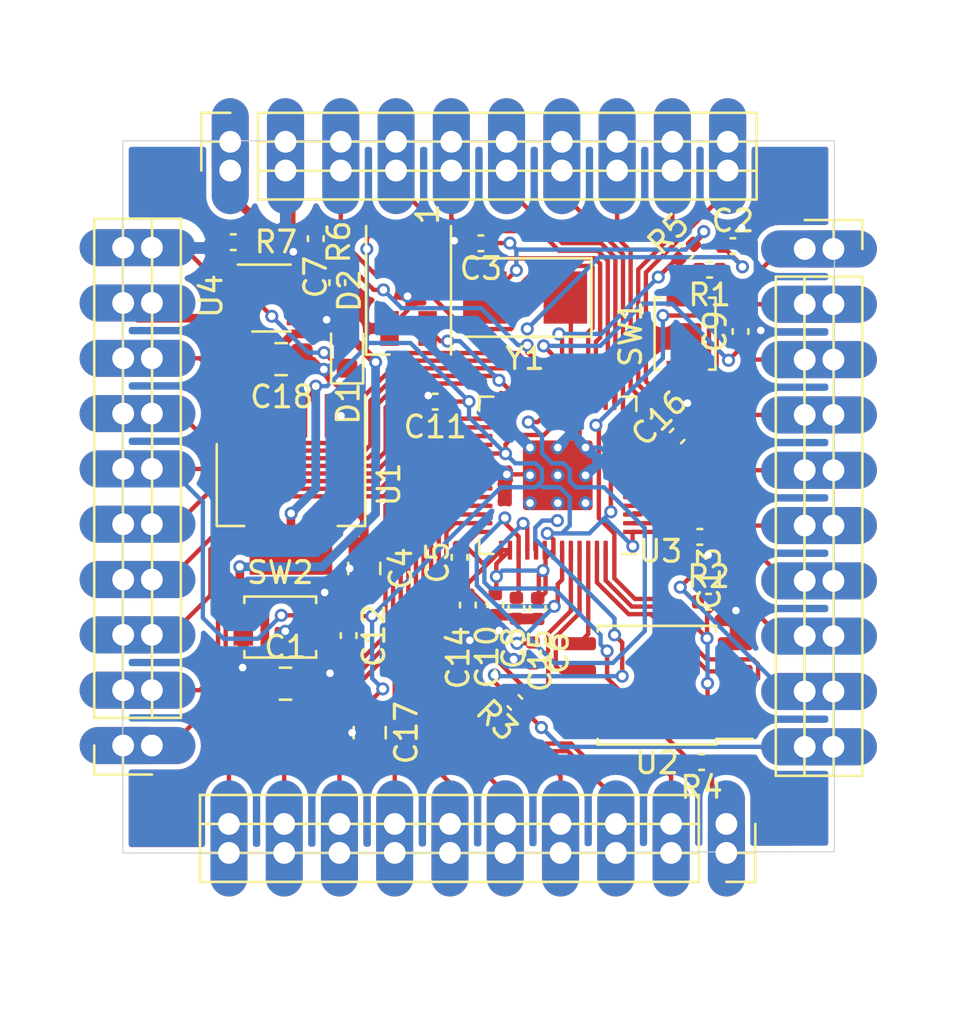
<source format=kicad_pcb>
(kicad_pcb (version 20171130) (host pcbnew "(5.1.9-0-10_14)")
  (title_block (title "RP2040 Minimal Design Example") (date 2020-07-13) (rev REV1) (company "Raspberry Pi (Trading) Ltd"))
  (layers (0 F.Cu signal) (31 B.Cu signal) (34 B.Paste user) (35 F.Paste user) (36 B.SilkS user) (37 F.SilkS user) (38 B.Mask user) (39 F.Mask user) (44 Edge.Cuts user))
  (net 0 "")
  (net 1 GND)
  (net 2 VBUS)
  (net 3 /XIN)
  (net 4 /XOUT)
  (net 5 +3V3)
  (net 6 +1V1)
  (net 7 /~USB_BOOT)
  (net 8 /GPIO15)
  (net 9 /GPIO14)
  (net 10 /GPIO13)
  (net 11 /GPIO12)
  (net 12 /GPIO11)
  (net 13 /GPIO10)
  (net 14 /GPIO9)
  (net 15 /GPIO8)
  (net 16 /GPIO7)
  (net 17 /GPIO6)
  (net 18 /GPIO5)
  (net 19 /GPIO4)
  (net 20 /GPIO3)
  (net 21 /GPIO2)
  (net 22 /GPIO1)
  (net 23 /GPIO0)
  (net 24 /GPIO29_ADC3)
  (net 25 /GPIO28_ADC2)
  (net 26 /GPIO27_ADC1)
  (net 27 /GPIO26_ADC0)
  (net 28 /GPIO25)
  (net 29 /GPIO24)
  (net 30 /GPIO23)
  (net 31 /GPIO22)
  (net 32 /GPIO21)
  (net 33 /GPIO20)
  (net 34 /GPIO19)
  (net 35 /GPIO18)
  (net 36 /GPIO17)
  (net 37 /GPIO16)
  (net 38 /RUN)
  (net 39 /SWD)
  (net 40 /SWCLK)
  (net 41 /QSPI_SS)
  (net 42 "Net-(R3-Pad2)")
  (net 43 "Net-(R4-Pad2)")
  (net 44 /QSPI_SD3)
  (net 45 /QSPI_SCLK)
  (net 46 /QSPI_SD0)
  (net 47 /QSPI_SD2)
  (net 48 /QSPI_SD1)
  (net 49 /USB_D+)
  (net 50 /USB_D-)
  (net 51 "Net-(C3-Pad1)")
  (net 52 /VBAT)
  (net 53 "Net-(D1-Pad1)")
  (net 54 "Net-(D2-Pad2)")
  (net 55 "Net-(R6-Pad2)")
  (net 56 "Net-(R7-Pad1)")
  (module RP2040_minimal:RP2040-QFN-56 (layer F.Cu) (at 199.8125 69.2925 180)
    (fp_text reference U3 (at -4.7175 -3.4875) (layer F.SilkS))
    (fp_text value RP2040)
    (pad 56 smd roundrect (at -2.6 -3.4375 180) (size 0.2 0.875) (layers F.Cu F.Paste F.Mask) (net 41 /QSPI_SS))
    (pad 55 smd roundrect (at -2.2 -3.4375 180) (size 0.2 0.875) (layers F.Cu F.Paste F.Mask) (net 48 /QSPI_SD1))
    (pad 54 smd roundrect (at -1.8 -3.4375 180) (size 0.2 0.875) (layers F.Cu F.Paste F.Mask) (net 47 /QSPI_SD2))
    (pad 53 smd roundrect (at -1.4 -3.4375 180) (size 0.2 0.875) (layers F.Cu F.Paste F.Mask) (net 46 /QSPI_SD0))
    (pad 52 smd roundrect (at -1 -3.4375 180) (size 0.2 0.875) (layers F.Cu F.Paste F.Mask) (net 45 /QSPI_SCLK))
    (pad 51 smd roundrect (at -0.6 -3.4375 180) (size 0.2 0.875) (layers F.Cu F.Paste F.Mask) (net 44 /QSPI_SD3))
    (pad 50 smd roundrect (at -0.2 -3.4375 180) (size 0.2 0.875) (layers F.Cu F.Paste F.Mask) (net 6 +1V1))
    (pad 49 smd roundrect (at 0.2 -3.4375 180) (size 0.2 0.875) (layers F.Cu F.Paste F.Mask) (net 5 +3V3))
    (pad 48 smd roundrect (at 0.6 -3.4375 180) (size 0.2 0.875) (layers F.Cu F.Paste F.Mask) (net 5 +3V3))
    (pad 47 smd roundrect (at 1 -3.4375 180) (size 0.2 0.875) (layers F.Cu F.Paste F.Mask) (net 42 "Net-(R3-Pad2)"))
    (pad 46 smd roundrect (at 1.4 -3.4375 180) (size 0.2 0.875) (layers F.Cu F.Paste F.Mask) (net 43 "Net-(R4-Pad2)"))
    (pad 45 smd roundrect (at 1.8 -3.4375 180) (size 0.2 0.875) (layers F.Cu F.Paste F.Mask) (net 6 +1V1))
    (pad 44 smd roundrect (at 2.2 -3.4375 180) (size 0.2 0.875) (layers F.Cu F.Paste F.Mask) (net 5 +3V3))
    (pad 43 smd roundrect (at 2.6 -3.4375 180) (size 0.2 0.875) (layers F.Cu F.Paste F.Mask) (net 5 +3V3))
    (pad 42 smd roundrect (at 3.4375 -2.6 180) (size 0.875 0.2) (layers F.Cu F.Paste F.Mask) (net 5 +3V3))
    (pad 41 smd roundrect (at 3.4375 -2.2 180) (size 0.875 0.2) (layers F.Cu F.Paste F.Mask) (net 24 /GPIO29_ADC3))
    (pad 40 smd roundrect (at 3.4375 -1.8 180) (size 0.875 0.2) (layers F.Cu F.Paste F.Mask) (net 25 /GPIO28_ADC2))
    (pad 39 smd roundrect (at 3.4375 -1.4 180) (size 0.875 0.2) (layers F.Cu F.Paste F.Mask) (net 26 /GPIO27_ADC1))
    (pad 38 smd roundrect (at 3.4375 -1 180) (size 0.875 0.2) (layers F.Cu F.Paste F.Mask) (net 27 /GPIO26_ADC0))
    (pad 37 smd roundrect (at 3.4375 -0.6 180) (size 0.875 0.2) (layers F.Cu F.Paste F.Mask) (net 28 /GPIO25))
    (pad 36 smd roundrect (at 3.4375 -0.2 180) (size 0.875 0.2) (layers F.Cu F.Paste F.Mask) (net 29 /GPIO24))
    (pad 35 smd roundrect (at 3.4375 0.2 180) (size 0.875 0.2) (layers F.Cu F.Paste F.Mask) (net 30 /GPIO23))
    (pad 34 smd roundrect (at 3.4375 0.6 180) (size 0.875 0.2) (layers F.Cu F.Paste F.Mask) (net 31 /GPIO22))
    (pad 33 smd roundrect (at 3.4375 1 180) (size 0.875 0.2) (layers F.Cu F.Paste F.Mask) (net 5 +3V3))
    (pad 32 smd roundrect (at 3.4375 1.4 180) (size 0.875 0.2) (layers F.Cu F.Paste F.Mask) (net 32 /GPIO21))
    (pad 31 smd roundrect (at 3.4375 1.8 180) (size 0.875 0.2) (layers F.Cu F.Paste F.Mask) (net 33 /GPIO20))
    (pad 30 smd roundrect (at 3.4375 2.2 180) (size 0.875 0.2) (layers F.Cu F.Paste F.Mask) (net 34 /GPIO19))
    (pad 29 smd roundrect (at 3.4375 2.6 180) (size 0.875 0.2) (layers F.Cu F.Paste F.Mask) (net 35 /GPIO18))
    (pad 28 smd roundrect (at 2.6 3.4375 180) (size 0.2 0.875) (layers F.Cu F.Paste F.Mask) (net 36 /GPIO17))
    (pad 27 smd roundrect (at 2.2 3.4375 180) (size 0.2 0.875) (layers F.Cu F.Paste F.Mask) (net 37 /GPIO16))
    (pad 26 smd roundrect (at 1.8 3.4375 180) (size 0.2 0.875) (layers F.Cu F.Paste F.Mask) (net 38 /RUN))
    (pad 25 smd roundrect (at 1.4 3.4375 180) (size 0.2 0.875) (layers F.Cu F.Paste F.Mask) (net 39 /SWD))
    (pad 24 smd roundrect (at 1 3.4375 180) (size 0.2 0.875) (layers F.Cu F.Paste F.Mask) (net 40 /SWCLK))
    (pad 23 smd roundrect (at 0.6 3.4375 180) (size 0.2 0.875) (layers F.Cu F.Paste F.Mask) (net 6 +1V1))
    (pad 22 smd roundrect (at 0.2 3.4375 180) (size 0.2 0.875) (layers F.Cu F.Paste F.Mask) (net 5 +3V3))
    (pad 21 smd roundrect (at -0.2 3.4375 180) (size 0.2 0.875) (layers F.Cu F.Paste F.Mask) (net 4 /XOUT))
    (pad 20 smd roundrect (at -0.6 3.4375 180) (size 0.2 0.875) (layers F.Cu F.Paste F.Mask) (net 3 /XIN))
    (pad 19 smd roundrect (at -1 3.4375 180) (size 0.2 0.875) (layers F.Cu F.Paste F.Mask) (net 1 GND))
    (pad 18 smd roundrect (at -1.4 3.4375 180) (size 0.2 0.875) (layers F.Cu F.Paste F.Mask) (net 8 /GPIO15))
    (pad 17 smd roundrect (at -1.8 3.4375 180) (size 0.2 0.875) (layers F.Cu F.Paste F.Mask) (net 9 /GPIO14))
    (pad 16 smd roundrect (at -2.2 3.4375 180) (size 0.2 0.875) (layers F.Cu F.Paste F.Mask) (net 10 /GPIO13))
    (pad 15 smd roundrect (at -2.6 3.4375 180) (size 0.2 0.875) (layers F.Cu F.Paste F.Mask) (net 11 /GPIO12))
    (pad 14 smd roundrect (at -3.4375 2.6 180) (size 0.875 0.2) (layers F.Cu F.Paste F.Mask) (net 12 /GPIO11))
    (pad 13 smd roundrect (at -3.4375 2.2 180) (size 0.875 0.2) (layers F.Cu F.Paste F.Mask) (net 13 /GPIO10))
    (pad 12 smd roundrect (at -3.4375 1.8 180) (size 0.875 0.2) (layers F.Cu F.Paste F.Mask) (net 14 /GPIO9))
    (pad 11 smd roundrect (at -3.4375 1.4 180) (size 0.875 0.2) (layers F.Cu F.Paste F.Mask) (net 15 /GPIO8))
    (pad 10 smd roundrect (at -3.4375 1 180) (size 0.875 0.2) (layers F.Cu F.Paste F.Mask) (net 5 +3V3))
    (pad 9 smd roundrect (at -3.4375 0.6 180) (size 0.875 0.2) (layers F.Cu F.Paste F.Mask) (net 16 /GPIO7))
    (pad 8 smd roundrect (at -3.4375 0.2 180) (size 0.875 0.2) (layers F.Cu F.Paste F.Mask) (net 17 /GPIO6))
    (pad 7 smd roundrect (at -3.4375 -0.2 180) (size 0.875 0.2) (layers F.Cu F.Paste F.Mask) (net 18 /GPIO5))
    (pad 6 smd roundrect (at -3.4375 -0.6 180) (size 0.875 0.2) (layers F.Cu F.Paste F.Mask) (net 19 /GPIO4))
    (pad 5 smd roundrect (at -3.4375 -1 180) (size 0.875 0.2) (layers F.Cu F.Paste F.Mask) (net 20 /GPIO3))
    (pad 4 smd roundrect (at -3.4375 -1.4 180) (size 0.875 0.2) (layers F.Cu F.Paste F.Mask) (net 21 /GPIO2))
    (pad 3 smd roundrect (at -3.4375 -1.8 180) (size 0.875 0.2) (layers F.Cu F.Paste F.Mask) (net 22 /GPIO1))
    (pad 2 smd roundrect (at -3.4375 -2.2 180) (size 0.875 0.2) (layers F.Cu F.Paste F.Mask) (net 23 /GPIO0))
    (pad 1 smd roundrect (at -3.4375 -2.6 180) (size 0.875 0.2) (layers F.Cu F.Paste F.Mask) (net 5 +3V3))
    (pad 57 thru_hole circle (at 1.275 1.275 180) (size 0.6 0.6) (drill 0.35) (layers *.Cu) (net 1 GND))
    (pad 57 thru_hole circle (at 0 1.275 180) (size 0.6 0.6) (drill 0.35) (layers *.Cu) (net 1 GND))
    (pad 57 thru_hole circle (at -1.275 1.275 180) (size 0.6 0.6) (drill 0.35) (layers *.Cu) (net 1 GND))
    (pad 57 thru_hole circle (at 1.275 0 180) (size 0.6 0.6) (drill 0.35) (layers *.Cu) (net 1 GND))
    (pad 57 thru_hole circle (at 0 0 180) (size 0.6 0.6) (drill 0.35) (layers *.Cu) (net 1 GND))
    (pad 57 thru_hole circle (at -1.275 0 180) (size 0.6 0.6) (drill 0.35) (layers *.Cu) (net 1 GND))
    (pad 57 thru_hole circle (at 1.275 -1.275 180) (size 0.6 0.6) (drill 0.35) (layers *.Cu) (net 1 GND))
    (pad 57 thru_hole circle (at 0 -1.275 180) (size 0.6 0.6) (drill 0.35) (layers *.Cu) (net 1 GND))
    (pad 57 thru_hole circle (at -1.275 -1.275 180) (size 0.6 0.6) (drill 0.35) (layers *.Cu) (net 1 GND))
    (pad 57 smd roundrect (at 0 0 180) (size 3.2 3.2) (layers F.Cu F.Mask) (roundrect_rratio 0.045) (net 1 GND))
  )
  (module LED_SMD:LED_SK6812MINI_PLCC4_3.5x3.5mm_P1.75mm (layer F.Cu) (at 192.955 60.8 270)
    (fp_text reference D2 (at 0.01 2.72 90) (layer F.SilkS))
    (fp_text value WS2812B)
    (fp_text user 1 (at -3.5 -0.875 90) (layer F.SilkS))
    (pad 1 smd rect (at -1.75 -0.875 270) (size 1.6 0.85) (layers F.Cu F.Paste F.Mask) (net 5 +3V3))
    (pad 2 smd rect (at -1.75 0.875 270) (size 1.6 0.85) (layers F.Cu F.Paste F.Mask) (net 54 "Net-(D2-Pad2)"))
    (pad 4 smd rect (at 1.75 -0.875 270) (size 1.6 0.85) (layers F.Cu F.Paste F.Mask) (net 37 /GPIO16))
    (pad 3 smd rect (at 1.75 0.875 270) (size 1.6 0.85) (layers F.Cu F.Paste F.Mask) (net 1 GND))
  )
  (module Package_TO_SOT_SMD:TSOT-23-5 (layer F.Cu) (at 186.66 61.13)
    (fp_text reference U4 (at -2.78 -0.07 90) (layer F.SilkS))
    (fp_text value MCP73831T-2ACI_OT)
    (pad 5 smd rect (at 1.31 -0.95) (size 1.22 0.65) (layers F.Cu F.Paste F.Mask) (net 55 "Net-(R6-Pad2)"))
    (pad 4 smd rect (at 1.31 0.95) (size 1.22 0.65) (layers F.Cu F.Paste F.Mask) (net 2 VBUS))
    (pad 3 smd rect (at -1.31 0.95) (size 1.22 0.65) (layers F.Cu F.Paste F.Mask) (net 52 /VBAT))
    (pad 2 smd rect (at -1.31 0) (size 1.22 0.65) (layers F.Cu F.Paste F.Mask) (net 1 GND))
    (pad 1 smd rect (at -1.31 -0.95) (size 1.22 0.65) (layers F.Cu F.Paste F.Mask) (net 56 "Net-(R7-Pad1)"))
  )
  (module Capacitor_SMD:C_0402_1005Metric (layer F.Cu) (at 184.9 58.59)
    (fp_text reference R7 (at 1.96 -0.01) (layer F.SilkS))
    (fp_text value 10k)
    (pad 2 smd roundrect (at 0.48 0) (size 0.56 0.62) (layers F.Cu F.Paste F.Mask) (net 53 "Net-(D1-Pad1)"))
    (pad 1 smd roundrect (at -0.48 0) (size 0.56 0.62) (layers F.Cu F.Paste F.Mask) (net 56 "Net-(R7-Pad1)"))
  )
  (module Capacitor_SMD:C_0402_1005Metric (layer F.Cu) (at 189.68 60.45 90)
    (fp_text reference R6 (at 1.87 0.07 90) (layer F.SilkS))
    (fp_text value 5.1K)
    (pad 2 smd roundrect (at 0.48 0 90) (size 0.56 0.62) (layers F.Cu F.Paste F.Mask) (net 55 "Net-(R6-Pad2)"))
    (pad 1 smd roundrect (at -0.48 0 90) (size 0.56 0.62) (layers F.Cu F.Paste F.Mask) (net 1 GND))
  )
  (module LED_SMD:LED_0603_1608Metric (layer F.Cu) (at 190.13 63.5875 90)
    (fp_text reference D1 (at -2.4025 0.05 90) (layer F.SilkS))
    (fp_text value LED)
    (pad 2 smd roundrect (at 0.7875 0 90) (size 0.875 0.95) (layers F.Cu F.Paste F.Mask) (net 2 VBUS))
    (pad 1 smd roundrect (at -0.7875 0 90) (size 0.875 0.95) (layers F.Cu F.Paste F.Mask) (net 53 "Net-(D1-Pad1)"))
  )
  (module Capacitor_SMD:C_0805_2012Metric (layer F.Cu) (at 187.1 63.96)
    (fp_text reference C18 (at 0.03 1.73) (layer F.SilkS))
    (fp_text value 10u)
    (pad 2 smd roundrect (at 0.95 0) (size 1 1.45) (layers F.Cu F.Paste F.Mask) (net 1 GND))
    (pad 1 smd roundrect (at -0.95 0) (size 1 1.45) (layers F.Cu F.Paste F.Mask) (net 52 /VBAT))
  )
  (module Crystal:Crystal_SMD_5032-2Pin_5.0x3.2mm (layer F.Cu) (at 198.31 61.13 180)
    (fp_text reference Y1 (at 0 -2.8) (layer F.SilkS))
    (fp_text value ABLS-12.000MHZ-B4-T)
    (pad 2 smd rect (at 1.85 0 180) (size 2 2.4) (layers F.Cu F.Paste F.Mask) (net 51 "Net-(C3-Pad1)"))
    (pad 1 smd rect (at -1.85 0 180) (size 2 2.4) (layers F.Cu F.Paste F.Mask) (net 3 /XIN))
  )
  (module Package_SO:SOIC-8_5.23x5.23mm_P1.27mm (layer F.Cu) (at 204.37 78.93 180)
    (fp_text reference U2 (at 0 -3.56) (layer F.SilkS))
    (fp_text value W25Q128JVS)
    (pad 8 smd roundrect (at 3.6 -1.905 180) (size 1.6 0.6) (layers F.Cu F.Paste F.Mask) (net 5 +3V3))
    (pad 7 smd roundrect (at 3.6 -0.635 180) (size 1.6 0.6) (layers F.Cu F.Paste F.Mask) (net 44 /QSPI_SD3))
    (pad 6 smd roundrect (at 3.6 0.635 180) (size 1.6 0.6) (layers F.Cu F.Paste F.Mask) (net 45 /QSPI_SCLK))
    (pad 5 smd roundrect (at 3.6 1.905 180) (size 1.6 0.6) (layers F.Cu F.Paste F.Mask) (net 46 /QSPI_SD0))
    (pad 4 smd roundrect (at -3.6 1.905 180) (size 1.6 0.6) (layers F.Cu F.Paste F.Mask) (net 1 GND))
    (pad 3 smd roundrect (at -3.6 0.635 180) (size 1.6 0.6) (layers F.Cu F.Paste F.Mask) (net 47 /QSPI_SD2))
    (pad 2 smd roundrect (at -3.6 -0.635 180) (size 1.6 0.6) (layers F.Cu F.Paste F.Mask) (net 48 /QSPI_SD1))
    (pad 1 smd roundrect (at -3.6 -1.905 180) (size 1.6 0.6) (layers F.Cu F.Paste F.Mask) (net 41 /QSPI_SS))
  )
  (module Package_TO_SOT_SMD:SOT-223-3_TabPin2 (layer F.Cu) (at 187.55 69.71 270)
    (fp_text reference U1 (at 0 -4.5 90) (layer F.SilkS))
    (fp_text value NCP1117-3.3_SOT223)
    (pad 1 smd rect (at -3.15 -2.3 270) (size 2 1.5) (layers F.Cu F.Paste F.Mask) (net 1 GND))
    (pad 3 smd rect (at -3.15 2.3 270) (size 2 1.5) (layers F.Cu F.Paste F.Mask) (net 2 VBUS))
    (pad 2 smd rect (at -3.15 0 270) (size 2 1.5) (layers F.Cu F.Paste F.Mask) (net 5 +3V3))
    (pad 2 smd rect (at 3.15 0 270) (size 2 3.8) (layers F.Cu F.Paste F.Mask) (net 5 +3V3))
  )
  (module Button_Switch_SMD:SW_SPST_B3U-1000P (layer F.Cu) (at 187.06 76.26)
    (fp_text reference SW2 (at 0 -2.5) (layer F.SilkS))
    (fp_text value SW_Push)
    (pad 2 smd rect (at 1.7 0) (size 0.9 1.7) (layers F.Cu F.Paste F.Mask) (net 38 /RUN))
    (pad 1 smd rect (at -1.7 0) (size 0.9 1.7) (layers F.Cu F.Paste F.Mask) (net 1 GND))
  )
  (module Button_Switch_SMD:SW_SPST_B3U-1000P (layer F.Cu) (at 205.66 62.79 90)
    (fp_text reference SW1 (at 0 -2.5 90) (layer F.SilkS))
    (fp_text value SW_Push)
    (pad 2 smd rect (at 1.7 0 90) (size 0.9 1.7) (layers F.Cu F.Paste F.Mask) (net 7 /~USB_BOOT))
    (pad 1 smd rect (at -1.7 0 90) (size 0.9 1.7) (layers F.Cu F.Paste F.Mask) (net 1 GND))
  )
  (module Capacitor_SMD:C_0402_1005Metric (layer F.Cu) (at 205.71 59.03 45)
    (fp_text reference R5 (at 0 -1.16 45) (layer F.SilkS))
    (fp_text value 1k)
    (pad 2 smd roundrect (at 0.48 0 45) (size 0.56 0.62) (layers F.Cu F.Paste F.Mask) (net 51 "Net-(C3-Pad1)"))
    (pad 1 smd roundrect (at -0.48 0 45) (size 0.56 0.62) (layers F.Cu F.Paste F.Mask) (net 4 /XOUT))
  )
  (module Capacitor_SMD:C_0402_1005Metric (layer F.Cu) (at 206.42 82.46 180)
    (fp_text reference R4 (at 0 -1.16) (layer F.SilkS))
    (fp_text value 27)
    (pad 2 smd roundrect (at 0.48 0 180) (size 0.56 0.62) (layers F.Cu F.Paste F.Mask) (net 43 "Net-(R4-Pad2)"))
    (pad 1 smd roundrect (at -0.48 0 180) (size 0.56 0.62) (layers F.Cu F.Paste F.Mask) (net 50 /USB_D-))
  )
  (module Capacitor_SMD:C_0402_1005Metric (layer F.Cu) (at 197.840589 79.720589 135)
    (fp_text reference R3 (at 0 -1.16 135) (layer F.SilkS))
    (fp_text value 27)
    (pad 2 smd roundrect (at 0.48 0 135) (size 0.56 0.62) (layers F.Cu F.Paste F.Mask) (net 42 "Net-(R3-Pad2)"))
    (pad 1 smd roundrect (at -0.48 0 135) (size 0.56 0.62) (layers F.Cu F.Paste F.Mask) (net 49 /USB_D+))
  )
  (module Capacitor_SMD:C_0402_1005Metric (layer F.Cu) (at 206.74 75.1)
    (fp_text reference R2 (at 0 -1.16) (layer F.SilkS))
    (fp_text value DNF)
    (pad 2 smd roundrect (at 0.48 0) (size 0.56 0.62) (layers F.Cu F.Paste F.Mask) (net 41 /QSPI_SS))
    (pad 1 smd roundrect (at -0.48 0) (size 0.56 0.62) (layers F.Cu F.Paste F.Mask) (net 5 +3V3))
  )
  (module Capacitor_SMD:C_0402_1005Metric (layer F.Cu) (at 206.79 59.85 180)
    (fp_text reference R1 (at 0 -1.16) (layer F.SilkS))
    (fp_text value 1k)
    (pad 2 smd roundrect (at 0.48 0 180) (size 0.56 0.62) (layers F.Cu F.Paste F.Mask) (net 7 /~USB_BOOT))
    (pad 1 smd roundrect (at -0.48 0 180) (size 0.56 0.62) (layers F.Cu F.Paste F.Mask) (net 41 /QSPI_SS))
  )
  (module Connector_PinSocket_2.54mm:PinSocket_1x10_P2.54mm_Vertical (layer F.Cu) (at 179.84 81.7 180)
    (fp_text reference J9 hide)
    (fp_text value Conn_01x10)
    (pad 10 thru_hole oval (at 0 22.86 180) (size 4 1.7) (drill 1) (layers *.Cu *.Mask) (net 1 GND))
    (pad 9 thru_hole oval (at 0 20.32 180) (size 4 1.7) (drill 1) (layers *.Cu *.Mask) (net 52 /VBAT))
    (pad 8 thru_hole oval (at 0 17.78 180) (size 4 1.7) (drill 1) (layers *.Cu *.Mask) (net 40 /SWCLK))
    (pad 7 thru_hole oval (at 0 15.24 180) (size 4 1.7) (drill 1) (layers *.Cu *.Mask) (net 39 /SWD))
    (pad 6 thru_hole oval (at 0 12.7 180) (size 4 1.7) (drill 1) (layers *.Cu *.Mask) (net 38 /RUN))
    (pad 5 thru_hole oval (at 0 10.16 180) (size 4 1.7) (drill 1) (layers *.Cu *.Mask) (net 37 /GPIO16))
    (pad 4 thru_hole oval (at 0 7.62 180) (size 4 1.7) (drill 1) (layers *.Cu *.Mask) (net 36 /GPIO17))
    (pad 3 thru_hole oval (at 0 5.08 180) (size 4 1.7) (drill 1) (layers *.Cu *.Mask) (net 35 /GPIO18))
    (pad 2 thru_hole oval (at 0 2.54 180) (size 4 1.7) (drill 1) (layers *.Cu *.Mask) (net 34 /GPIO19))
    (pad 1 thru_hole oval (at 0 0 180) (size 4 1.7) (drill 1) (layers *.Cu *.Mask) (net 33 /GPIO20))
  )
  (module Connector_PinSocket_2.54mm:PinSocket_1x10_P2.54mm_Vertical (layer F.Cu) (at 207.56 86.63 270)
    (fp_text reference J8 hide)
    (fp_text value Conn_01x10)
    (pad 10 thru_hole oval (at 0 22.86 270) (size 4 1.7) (drill 1) (layers *.Cu *.Mask) (net 32 /GPIO21))
    (pad 9 thru_hole oval (at 0 20.32 270) (size 4 1.7) (drill 1) (layers *.Cu *.Mask) (net 31 /GPIO22))
    (pad 8 thru_hole oval (at 0 17.78 270) (size 4 1.7) (drill 1) (layers *.Cu *.Mask) (net 30 /GPIO23))
    (pad 7 thru_hole oval (at 0 15.24 270) (size 4 1.7) (drill 1) (layers *.Cu *.Mask) (net 29 /GPIO24))
    (pad 6 thru_hole oval (at 0 12.7 270) (size 4 1.7) (drill 1) (layers *.Cu *.Mask) (net 28 /GPIO25))
    (pad 5 thru_hole oval (at 0 10.16 270) (size 4 1.7) (drill 1) (layers *.Cu *.Mask) (net 27 /GPIO26_ADC0))
    (pad 4 thru_hole oval (at 0 7.62 270) (size 4 1.7) (drill 1) (layers *.Cu *.Mask) (net 26 /GPIO27_ADC1))
    (pad 3 thru_hole oval (at 0 5.08 270) (size 4 1.7) (drill 1) (layers *.Cu *.Mask) (net 25 /GPIO28_ADC2))
    (pad 2 thru_hole oval (at 0 2.54 270) (size 4 1.7) (drill 1) (layers *.Cu *.Mask) (net 24 /GPIO29_ADC3))
    (pad 1 thru_hole oval (at 0 0 270) (size 4 1.7) (drill 1) (layers *.Cu *.Mask) (net 50 /USB_D-))
  )
  (module Connector_PinSocket_2.54mm:PinSocket_1x10_P2.54mm_Vertical (layer F.Cu) (at 181.16 81.7 180)
    (fp_text reference J7 hide)
    (fp_text value Conn_01x10)
    (pad 10 thru_hole oval (at 0 22.86 180) (size 4 1.7) (drill 1) (layers *.Cu *.Mask) (net 1 GND))
    (pad 9 thru_hole oval (at 0 20.32 180) (size 4 1.7) (drill 1) (layers *.Cu *.Mask) (net 52 /VBAT))
    (pad 8 thru_hole oval (at 0 17.78 180) (size 4 1.7) (drill 1) (layers *.Cu *.Mask) (net 40 /SWCLK))
    (pad 7 thru_hole oval (at 0 15.24 180) (size 4 1.7) (drill 1) (layers *.Cu *.Mask) (net 39 /SWD))
    (pad 6 thru_hole oval (at 0 12.7 180) (size 4 1.7) (drill 1) (layers *.Cu *.Mask) (net 38 /RUN))
    (pad 5 thru_hole oval (at 0 10.16 180) (size 4 1.7) (drill 1) (layers *.Cu *.Mask) (net 37 /GPIO16))
    (pad 4 thru_hole oval (at 0 7.62 180) (size 4 1.7) (drill 1) (layers *.Cu *.Mask) (net 36 /GPIO17))
    (pad 3 thru_hole oval (at 0 5.08 180) (size 4 1.7) (drill 1) (layers *.Cu *.Mask) (net 35 /GPIO18))
    (pad 2 thru_hole oval (at 0 2.54 180) (size 4 1.7) (drill 1) (layers *.Cu *.Mask) (net 34 /GPIO19))
    (pad 1 thru_hole oval (at 0 0 180) (size 4 1.7) (drill 1) (layers *.Cu *.Mask) (net 33 /GPIO20))
  )
  (module Connector_PinSocket_2.54mm:PinSocket_1x10_P2.54mm_Vertical (layer F.Cu) (at 207.56 85.3 270)
    (fp_text reference J6 hide)
    (fp_text value Conn_01x10)
    (pad 10 thru_hole oval (at 0 22.86 270) (size 4 1.7) (drill 1) (layers *.Cu *.Mask) (net 32 /GPIO21))
    (pad 9 thru_hole oval (at 0 20.32 270) (size 4 1.7) (drill 1) (layers *.Cu *.Mask) (net 31 /GPIO22))
    (pad 8 thru_hole oval (at 0 17.78 270) (size 4 1.7) (drill 1) (layers *.Cu *.Mask) (net 30 /GPIO23))
    (pad 7 thru_hole oval (at 0 15.24 270) (size 4 1.7) (drill 1) (layers *.Cu *.Mask) (net 29 /GPIO24))
    (pad 6 thru_hole oval (at 0 12.7 270) (size 4 1.7) (drill 1) (layers *.Cu *.Mask) (net 28 /GPIO25))
    (pad 5 thru_hole oval (at 0 10.16 270) (size 4 1.7) (drill 1) (layers *.Cu *.Mask) (net 27 /GPIO26_ADC0))
    (pad 4 thru_hole oval (at 0 7.62 270) (size 4 1.7) (drill 1) (layers *.Cu *.Mask) (net 26 /GPIO27_ADC1))
    (pad 3 thru_hole oval (at 0 5.08 270) (size 4 1.7) (drill 1) (layers *.Cu *.Mask) (net 25 /GPIO28_ADC2))
    (pad 2 thru_hole oval (at 0 2.54 270) (size 4 1.7) (drill 1) (layers *.Cu *.Mask) (net 24 /GPIO29_ADC3))
    (pad 1 thru_hole oval (at 0 0 270) (size 4 1.7) (drill 1) (layers *.Cu *.Mask) (net 50 /USB_D-))
  )
  (module Connector_PinSocket_2.54mm:PinSocket_1x10_P2.54mm_Vertical (layer F.Cu) (at 184.76 53.98 90)
    (fp_text reference J5 hide)
    (fp_text value Conn_01x10)
    (pad 10 thru_hole oval (at 0 22.86 90) (size 4 1.7) (drill 1) (layers *.Cu *.Mask) (net 15 /GPIO8))
    (pad 9 thru_hole oval (at 0 20.32 90) (size 4 1.7) (drill 1) (layers *.Cu *.Mask) (net 14 /GPIO9))
    (pad 8 thru_hole oval (at 0 17.78 90) (size 4 1.7) (drill 1) (layers *.Cu *.Mask) (net 13 /GPIO10))
    (pad 7 thru_hole oval (at 0 15.24 90) (size 4 1.7) (drill 1) (layers *.Cu *.Mask) (net 12 /GPIO11))
    (pad 6 thru_hole oval (at 0 12.7 90) (size 4 1.7) (drill 1) (layers *.Cu *.Mask) (net 11 /GPIO12))
    (pad 5 thru_hole oval (at 0 10.16 90) (size 4 1.7) (drill 1) (layers *.Cu *.Mask) (net 10 /GPIO13))
    (pad 4 thru_hole oval (at 0 7.62 90) (size 4 1.7) (drill 1) (layers *.Cu *.Mask) (net 9 /GPIO14))
    (pad 3 thru_hole oval (at 0 5.08 90) (size 4 1.7) (drill 1) (layers *.Cu *.Mask) (net 8 /GPIO15))
    (pad 2 thru_hole oval (at 0 2.54 90) (size 4 1.7) (drill 1) (layers *.Cu *.Mask) (net 1 GND))
    (pad 1 thru_hole oval (at 0 0 90) (size 4 1.7) (drill 1) (layers *.Cu *.Mask) (net 2 VBUS))
  )
  (module Connector_PinSocket_2.54mm:PinSocket_1x10_P2.54mm_Vertical (layer F.Cu) (at 212.48 58.9)
    (fp_text reference J4 hide)
    (fp_text value Conn_01x10)
    (pad 10 thru_hole oval (at 0 22.86) (size 4 1.7) (drill 1) (layers *.Cu *.Mask) (net 49 /USB_D+))
    (pad 9 thru_hole oval (at 0 20.32) (size 4 1.7) (drill 1) (layers *.Cu *.Mask) (net 5 +3V3))
    (pad 8 thru_hole oval (at 0 17.78) (size 4 1.7) (drill 1) (layers *.Cu *.Mask) (net 23 /GPIO0))
    (pad 7 thru_hole oval (at 0 15.24) (size 4 1.7) (drill 1) (layers *.Cu *.Mask) (net 22 /GPIO1))
    (pad 6 thru_hole oval (at 0 12.7) (size 4 1.7) (drill 1) (layers *.Cu *.Mask) (net 21 /GPIO2))
    (pad 5 thru_hole oval (at 0 10.16) (size 4 1.7) (drill 1) (layers *.Cu *.Mask) (net 20 /GPIO3))
    (pad 4 thru_hole oval (at 0 7.62) (size 4 1.7) (drill 1) (layers *.Cu *.Mask) (net 19 /GPIO4))
    (pad 3 thru_hole oval (at 0 5.08) (size 4 1.7) (drill 1) (layers *.Cu *.Mask) (net 18 /GPIO5))
    (pad 2 thru_hole oval (at 0 2.54) (size 4 1.7) (drill 1) (layers *.Cu *.Mask) (net 17 /GPIO6))
    (pad 1 thru_hole oval (at 0 0) (size 4 1.7) (drill 1) (layers *.Cu *.Mask) (net 16 /GPIO7))
  )
  (module Connector_PinSocket_2.54mm:PinSocket_1x10_P2.54mm_Vertical (layer F.Cu) (at 184.76 55.3 90)
    (fp_text reference J3 hide)
    (fp_text value Conn_01x10)
    (pad 10 thru_hole oval (at 0 22.86 90) (size 4 1.7) (drill 1) (layers *.Cu *.Mask) (net 15 /GPIO8))
    (pad 9 thru_hole oval (at 0 20.32 90) (size 4 1.7) (drill 1) (layers *.Cu *.Mask) (net 14 /GPIO9))
    (pad 8 thru_hole oval (at 0 17.78 90) (size 4 1.7) (drill 1) (layers *.Cu *.Mask) (net 13 /GPIO10))
    (pad 7 thru_hole oval (at 0 15.24 90) (size 4 1.7) (drill 1) (layers *.Cu *.Mask) (net 12 /GPIO11))
    (pad 6 thru_hole oval (at 0 12.7 90) (size 4 1.7) (drill 1) (layers *.Cu *.Mask) (net 11 /GPIO12))
    (pad 5 thru_hole oval (at 0 10.16 90) (size 4 1.7) (drill 1) (layers *.Cu *.Mask) (net 10 /GPIO13))
    (pad 4 thru_hole oval (at 0 7.62 90) (size 4 1.7) (drill 1) (layers *.Cu *.Mask) (net 9 /GPIO14))
    (pad 3 thru_hole oval (at 0 5.08 90) (size 4 1.7) (drill 1) (layers *.Cu *.Mask) (net 8 /GPIO15))
    (pad 2 thru_hole oval (at 0 2.54 90) (size 4 1.7) (drill 1) (layers *.Cu *.Mask) (net 1 GND))
    (pad 1 thru_hole oval (at 0 0 90) (size 4 1.7) (drill 1) (layers *.Cu *.Mask) (net 2 VBUS))
  )
  (module Connector_PinSocket_2.54mm:PinSocket_1x10_P2.54mm_Vertical (layer F.Cu) (at 211.16 58.9)
    (fp_text reference J1 hide)
    (fp_text value Conn_01x10)
    (pad 10 thru_hole oval (at 0 22.86) (size 4 1.7) (drill 1) (layers *.Cu *.Mask) (net 49 /USB_D+))
    (pad 9 thru_hole oval (at 0 20.32) (size 4 1.7) (drill 1) (layers *.Cu *.Mask) (net 5 +3V3))
    (pad 8 thru_hole oval (at 0 17.78) (size 4 1.7) (drill 1) (layers *.Cu *.Mask) (net 23 /GPIO0))
    (pad 7 thru_hole oval (at 0 15.24) (size 4 1.7) (drill 1) (layers *.Cu *.Mask) (net 22 /GPIO1))
    (pad 6 thru_hole oval (at 0 12.7) (size 4 1.7) (drill 1) (layers *.Cu *.Mask) (net 21 /GPIO2))
    (pad 5 thru_hole oval (at 0 10.16) (size 4 1.7) (drill 1) (layers *.Cu *.Mask) (net 20 /GPIO3))
    (pad 4 thru_hole oval (at 0 7.62) (size 4 1.7) (drill 1) (layers *.Cu *.Mask) (net 19 /GPIO4))
    (pad 3 thru_hole oval (at 0 5.08) (size 4 1.7) (drill 1) (layers *.Cu *.Mask) (net 18 /GPIO5))
    (pad 2 thru_hole oval (at 0 2.54) (size 4 1.7) (drill 1) (layers *.Cu *.Mask) (net 17 /GPIO6))
    (pad 1 thru_hole oval (at 0 0) (size 4 1.7) (drill 1) (layers *.Cu *.Mask) (net 16 /GPIO7))
  )
  (module Capacitor_SMD:C_0805_2012Metric (layer F.Cu) (at 191.17 81.11 270)
    (fp_text reference C17 (at 0 -1.68 90) (layer F.SilkS))
    (fp_text value 10u)
    (pad 2 smd roundrect (at 0.95 0 270) (size 1 1.45) (layers F.Cu F.Paste F.Mask) (net 1 GND))
    (pad 1 smd roundrect (at -0.95 0 270) (size 1 1.45) (layers F.Cu F.Paste F.Mask) (net 5 +3V3))
  )
  (module Capacitor_SMD:C_0402_1005Metric (layer F.Cu) (at 205.3 67.49 45)
    (fp_text reference C16 (at 0 -1.16 45) (layer F.SilkS))
    (fp_text value 100n)
    (pad 2 smd roundrect (at 0.48 0 45) (size 0.56 0.62) (layers F.Cu F.Paste F.Mask) (net 1 GND))
    (pad 1 smd roundrect (at -0.48 0 45) (size 0.56 0.62) (layers F.Cu F.Paste F.Mask) (net 5 +3V3))
  )
  (module Capacitor_SMD:C_0402_1005Metric (layer F.Cu) (at 198.89 75.41 270)
    (fp_text reference C15 (at 2.39 -0.12 90) (layer F.SilkS))
    (fp_text value 100n)
    (pad 2 smd roundrect (at 0.48 0 270) (size 0.56 0.62) (layers F.Cu F.Paste F.Mask) (net 1 GND))
    (pad 1 smd roundrect (at -0.48 0 270) (size 0.56 0.62) (layers F.Cu F.Paste F.Mask) (net 5 +3V3))
  )
  (module Capacitor_SMD:C_0402_1005Metric (layer F.Cu) (at 195.68 75.25 270)
    (fp_text reference C14 (at 2.42 0.45 90) (layer F.SilkS))
    (fp_text value 100n)
    (pad 2 smd roundrect (at 0.48 0 270) (size 0.56 0.62) (layers F.Cu F.Paste F.Mask) (net 1 GND))
    (pad 1 smd roundrect (at -0.48 0 270) (size 0.56 0.62) (layers F.Cu F.Paste F.Mask) (net 5 +3V3))
  )
  (module Capacitor_SMD:C_0402_1005Metric (layer F.Cu) (at 206.34 72.12)
    (fp_text reference C13 (at 0.44 1.91 90) (layer F.SilkS))
    (fp_text value 100n)
    (pad 2 smd roundrect (at 0.48 0) (size 0.56 0.62) (layers F.Cu F.Paste F.Mask) (net 1 GND))
    (pad 1 smd roundrect (at -0.48 0) (size 0.56 0.62) (layers F.Cu F.Paste F.Mask) (net 5 +3V3))
  )
  (module Capacitor_SMD:C_0402_1005Metric (layer F.Cu) (at 190.2 76.65 270)
    (fp_text reference C12 (at 0 -1.16 90) (layer F.SilkS))
    (fp_text value 100n)
    (pad 2 smd roundrect (at 0.48 0 270) (size 0.56 0.62) (layers F.Cu F.Paste F.Mask) (net 1 GND))
    (pad 1 smd roundrect (at -0.48 0 270) (size 0.56 0.62) (layers F.Cu F.Paste F.Mask) (net 5 +3V3))
  )
  (module Capacitor_SMD:C_0402_1005Metric (layer F.Cu) (at 194.18 65.91 180)
    (fp_text reference C11 (at 0 -1.16) (layer F.SilkS))
    (fp_text value 100n)
    (pad 2 smd roundrect (at 0.48 0 180) (size 0.56 0.62) (layers F.Cu F.Paste F.Mask) (net 1 GND))
    (pad 1 smd roundrect (at -0.48 0 180) (size 0.56 0.62) (layers F.Cu F.Paste F.Mask) (net 5 +3V3))
  )
  (module Capacitor_SMD:C_0402_1005Metric (layer F.Cu) (at 196.94 75.23 270)
    (fp_text reference C10 (at 2.4 0.38 90) (layer F.SilkS))
    (fp_text value 1u)
    (pad 2 smd roundrect (at 0.48 0 270) (size 0.56 0.62) (layers F.Cu F.Paste F.Mask) (net 1 GND))
    (pad 1 smd roundrect (at -0.48 0 270) (size 0.56 0.62) (layers F.Cu F.Paste F.Mask) (net 5 +3V3))
  )
  (module Capacitor_SMD:C_0402_1005Metric (layer F.Cu) (at 208.21 62.69 90)
    (fp_text reference C9 (at 0 -1.16 90) (layer F.SilkS))
    (fp_text value 100n)
    (pad 2 smd roundrect (at 0.48 0 90) (size 0.56 0.62) (layers F.Cu F.Paste F.Mask) (net 1 GND))
    (pad 1 smd roundrect (at -0.48 0 90) (size 0.56 0.62) (layers F.Cu F.Paste F.Mask) (net 5 +3V3))
  )
  (module Capacitor_SMD:C_0402_1005Metric (layer F.Cu) (at 197.91 75.4 270)
    (fp_text reference C8 (at 1.82 0.13 90) (layer F.SilkS))
    (fp_text value 1u)
    (pad 2 smd roundrect (at 0.48 0 270) (size 0.56 0.62) (layers F.Cu F.Paste F.Mask) (net 1 GND))
    (pad 1 smd roundrect (at -0.48 0 270) (size 0.56 0.62) (layers F.Cu F.Paste F.Mask) (net 6 +1V1))
  )
  (module Capacitor_SMD:C_0402_1005Metric (layer F.Cu) (at 188.69 58.43 90)
    (fp_text reference C7 (at -1.76 -0.01 90) (layer F.SilkS))
    (fp_text value 100n)
    (pad 2 smd roundrect (at 0.48 0 90) (size 0.56 0.62) (layers F.Cu F.Paste F.Mask) (net 1 GND))
    (pad 1 smd roundrect (at -0.48 0 90) (size 0.56 0.62) (layers F.Cu F.Paste F.Mask) (net 6 +1V1))
  )
  (module Capacitor_SMD:C_0402_1005Metric (layer F.Cu) (at 198.67 77.45 270)
    (fp_text reference C6 (at 0.01 -1.12 90) (layer F.SilkS))
    (fp_text value 100n)
    (pad 2 smd roundrect (at 0.48 0 270) (size 0.56 0.62) (layers F.Cu F.Paste F.Mask) (net 1 GND))
    (pad 1 smd roundrect (at -0.48 0 270) (size 0.56 0.62) (layers F.Cu F.Paste F.Mask) (net 6 +1V1))
  )
  (module Capacitor_SMD:C_0402_1005Metric (layer F.Cu) (at 195.3 73.06 270)
    (fp_text reference C5 (at 0.226 1.016 90) (layer F.SilkS))
    (fp_text value 100n)
    (pad 2 smd roundrect (at 0.48 0 270) (size 0.56 0.62) (layers F.Cu F.Paste F.Mask) (net 1 GND))
    (pad 1 smd roundrect (at -0.48 0 270) (size 0.56 0.62) (layers F.Cu F.Paste F.Mask) (net 5 +3V3))
  )
  (module Capacitor_SMD:C_0805_2012Metric (layer F.Cu) (at 190.92 73.57 270)
    (fp_text reference C4 (at 0 -1.68 90) (layer F.SilkS))
    (fp_text value 10u)
    (pad 2 smd roundrect (at 0.95 0 270) (size 1 1.45) (layers F.Cu F.Paste F.Mask) (net 1 GND))
    (pad 1 smd roundrect (at -0.95 0 270) (size 1 1.45) (layers F.Cu F.Paste F.Mask) (net 5 +3V3))
  )
  (module Capacitor_SMD:C_0402_1005Metric (layer F.Cu) (at 196.28 58.64 180)
    (fp_text reference C3 (at 0 -1.16) (layer F.SilkS))
    (fp_text value 27p)
    (pad 2 smd roundrect (at 0.48 0 180) (size 0.56 0.62) (layers F.Cu F.Paste F.Mask) (net 1 GND))
    (pad 1 smd roundrect (at -0.48 0 180) (size 0.56 0.62) (layers F.Cu F.Paste F.Mask) (net 51 "Net-(C3-Pad1)"))
  )
  (module Capacitor_SMD:C_0402_1005Metric (layer F.Cu) (at 207.86 58.77)
    (fp_text reference C2 (at 0 -1.16) (layer F.SilkS))
    (fp_text value 27p)
    (pad 2 smd roundrect (at 0.48 0) (size 0.56 0.62) (layers F.Cu F.Paste F.Mask) (net 1 GND))
    (pad 1 smd roundrect (at -0.48 0) (size 0.56 0.62) (layers F.Cu F.Paste F.Mask) (net 3 /XIN))
  )
  (module Capacitor_SMD:C_0805_2012Metric (layer F.Cu) (at 187.3 78.86)
    (fp_text reference C1 (at 0 -1.68) (layer F.SilkS))
    (fp_text value 10u)
    (pad 2 smd roundrect (at 0.95 0) (size 1 1.45) (layers F.Cu F.Paste F.Mask) (net 1 GND))
    (pad 1 smd roundrect (at -0.95 0) (size 1 1.45) (layers F.Cu F.Paste F.Mask) (net 2 VBUS))
  )
  (gr_line (start 179.8195 86.6365) (end 183.3755 86.6365) (layer Edge.Cuts) (width 0.05))
  (gr_line (start 179.8195 53.934) (end 179.8195 86.6365) (layer Edge.Cuts) (width 0.05))
  (gr_line (start 212.522 53.934) (end 179.8195 53.934) (layer Edge.Cuts) (width 0.05))
  (gr_line (start 212.522 86.573) (end 212.522 53.934) (layer Edge.Cuts) (width 0.05))
  (gr_line (start 183.3755 86.6365) (end 212.522 86.573) (layer Edge.Cuts) (width 0.05))
  (via (at 195.055001 58.52) (size 0.6) (drill 0.35) (layers F.Cu B.Cu) (net 1))
  (segment (start 195.175001 58.64) (end 195.055001 58.52) (width 0.2) (layer F.Cu) (net 1))
  (segment (start 195.8 58.64) (end 195.175001 58.64) (width 0.2) (layer F.Cu) (net 1))
  (via (at 192.91 61.07) (size 0.6) (drill 0.35) (layers F.Cu B.Cu) (net 1))
  (segment (start 192.91 60.665001) (end 192.91 61.07) (width 0.2) (layer B.Cu) (net 1))
  (segment (start 195.055001 58.52) (end 192.91 60.665001) (width 0.2) (layer B.Cu) (net 1))
  (segment (start 192.91 61.72) (end 192.08 62.55) (width 0.2) (layer F.Cu) (net 1))
  (segment (start 192.91 61.07) (end 192.91 61.72) (width 0.2) (layer F.Cu) (net 1))
  (segment (start 191.3 62.55) (end 189.68 60.93) (width 0.2) (layer F.Cu) (net 1))
  (segment (start 192.08 62.55) (end 191.3 62.55) (width 0.2) (layer F.Cu) (net 1))
  (segment (start 187.3 53.98) (end 187.3 55.3) (width 0.2) (layer F.Cu) (net 1))
  (via (at 187.659999 59.03) (size 0.6) (drill 0.35) (layers F.Cu B.Cu) (net 1))
  (segment (start 187.659999 54.339999) (end 187.659999 59.03) (width 0.2) (layer F.Cu) (net 1))
  (segment (start 187.3 53.98) (end 187.659999 54.339999) (width 0.2) (layer F.Cu) (net 1))
  (segment (start 181.35 59.03) (end 181.16 58.84) (width 0.2) (layer B.Cu) (net 1))
  (segment (start 187.659999 59.03) (end 181.35 59.03) (width 0.2) (layer B.Cu) (net 1))
  (via (at 189.061486 64.429305) (size 0.6) (drill 0.35) (layers F.Cu B.Cu) (net 1))
  (segment (start 188.592181 63.96) (end 189.061486 64.429305) (width 0.2) (layer F.Cu) (net 1))
  (segment (start 188.05 63.96) (end 188.592181 63.96) (width 0.2) (layer F.Cu) (net 1))
  (segment (start 189.620001 62.580001) (end 189.19 62.15) (width 0.2) (layer B.Cu) (net 1))
  (segment (start 189.620001 64.295054) (end 189.620001 62.580001) (width 0.2) (layer B.Cu) (net 1))
  (via (at 189.19 62.15) (size 0.6) (drill 0.35) (layers F.Cu B.Cu) (net 1))
  (segment (start 189.48575 64.429305) (end 189.620001 64.295054) (width 0.2) (layer B.Cu) (net 1))
  (segment (start 189.061486 64.429305) (end 189.48575 64.429305) (width 0.2) (layer B.Cu) (net 1))
  (segment (start 189.19 61.42) (end 189.68 60.93) (width 0.2) (layer F.Cu) (net 1))
  (segment (start 189.19 62.15) (end 189.19 61.42) (width 0.2) (layer F.Cu) (net 1))
  (segment (start 189.061486 64.571486) (end 189.061486 64.429305) (width 0.2) (layer F.Cu) (net 1))
  (segment (start 189.85 65.36) (end 189.061486 64.571486) (width 0.2) (layer F.Cu) (net 1))
  (segment (start 189.85 66.56) (end 189.85 65.36) (width 0.2) (layer F.Cu) (net 1))
  (segment (start 200.8125 68.2925) (end 199.8125 69.2925) (width 0.2) (layer F.Cu) (net 1))
  (segment (start 200.8125 65.855) (end 200.8125 68.2925) (width 0.2) (layer F.Cu) (net 1))
  (via (at 193.861403 65.630041) (size 0.6) (drill 0.35) (layers F.Cu B.Cu) (net 1))
  (segment (start 193.7 65.791444) (end 193.861403 65.630041) (width 0.2) (layer F.Cu) (net 1))
  (segment (start 193.7 65.91) (end 193.7 65.791444) (width 0.2) (layer F.Cu) (net 1))
  (via (at 197.471292 69.250708) (size 0.6) (drill 0.35) (layers F.Cu B.Cu) (net 1))
  (segment (start 197.471292 69.23993) (end 197.471292 69.250708) (width 0.2) (layer B.Cu) (net 1))
  (segment (start 193.861403 65.630041) (end 197.471292 69.23993) (width 0.2) (layer B.Cu) (net 1))
  (segment (start 199.770708 69.250708) (end 199.8125 69.2925) (width 0.2) (layer F.Cu) (net 1))
  (segment (start 197.471292 69.250708) (end 199.770708 69.250708) (width 0.2) (layer F.Cu) (net 1))
  (via (at 206.72 72.95) (size 0.6) (drill 0.35) (layers F.Cu B.Cu) (net 1))
  (segment (start 201.0875 68.0175) (end 201.7875 68.0175) (width 0.2) (layer B.Cu) (net 1))
  (segment (start 206.72 72.22) (end 206.82 72.12) (width 0.2) (layer F.Cu) (net 1))
  (segment (start 206.72 72.95) (end 206.72 72.22) (width 0.2) (layer F.Cu) (net 1))
  (segment (start 206.5 72.73) (end 206.5 74) (width 0.2) (layer B.Cu) (net 1))
  (via (at 208 75.5) (size 0.6) (drill 0.35) (layers F.Cu B.Cu) (net 1))
  (segment (start 206.5 74) (end 208 75.5) (width 0.2) (layer B.Cu) (net 1))
  (segment (start 201.7875 68.0175) (end 206.5 72.73) (width 0.2) (layer B.Cu) (net 1))
  (segment (start 206.5 72.73) (end 206.72 72.95) (width 0.2) (layer B.Cu) (net 1))
  (via (at 187.29 76.45) (size 0.6) (drill 0.35) (layers F.Cu B.Cu) (net 1))
  (segment (start 188.25 77.41) (end 187.29 76.45) (width 0.2) (layer F.Cu) (net 1))
  (segment (start 185.62 78.12) (end 185.33 78.12) (width 0.2) (layer B.Cu) (net 1))
  (via (at 185.33 78.12) (size 0.6) (drill 0.35) (layers F.Cu B.Cu) (net 1))
  (segment (start 187.29 76.45) (end 185.62 78.12) (width 0.2) (layer B.Cu) (net 1))
  (segment (start 185.33 76.29) (end 185.36 76.26) (width 0.2) (layer F.Cu) (net 1))
  (segment (start 185.33 78.12) (end 185.33 76.29) (width 0.2) (layer F.Cu) (net 1))
  (via (at 195.77 76.87) (size 0.6) (drill 0.35) (layers F.Cu B.Cu) (net 1))
  (segment (start 195.68 76.78) (end 195.77 76.87) (width 0.2) (layer F.Cu) (net 1))
  (segment (start 195.68 75.73) (end 195.68 76.78) (width 0.2) (layer F.Cu) (net 1))
  (via (at 197.12 76.42) (size 0.6) (drill 0.35) (layers F.Cu B.Cu) (net 1))
  (segment (start 196.67 76.87) (end 197.12 76.42) (width 0.2) (layer B.Cu) (net 1))
  (segment (start 195.77 76.87) (end 196.67 76.87) (width 0.2) (layer B.Cu) (net 1))
  (segment (start 197.12 75.89) (end 196.94 75.71) (width 0.2) (layer F.Cu) (net 1))
  (segment (start 197.12 76.42) (end 197.12 75.89) (width 0.2) (layer F.Cu) (net 1))
  (segment (start 198.67 77.93) (end 198.547117 77.93) (width 0.2) (layer F.Cu) (net 1))
  (via (at 197.787034 77.744237) (size 0.6) (drill 0.35) (layers F.Cu B.Cu) (net 1))
  (segment (start 197.972797 77.93) (end 197.787034 77.744237) (width 0.2) (layer F.Cu) (net 1))
  (segment (start 198.67 77.93) (end 197.972797 77.93) (width 0.2) (layer F.Cu) (net 1))
  (segment (start 195.11999 73.87601) (end 195.504 73.492) (width 0.2) (layer F.Cu) (net 1))
  (segment (start 195.11999 75.16999) (end 195.11999 73.87601) (width 0.2) (layer F.Cu) (net 1))
  (segment (start 195.68 75.73) (end 195.11999 75.16999) (width 0.2) (layer F.Cu) (net 1))
  (via (at 205.77 65.98) (size 0.6) (drill 0.35) (layers F.Cu B.Cu) (net 1))
  (segment (start 205.639411 66.110589) (end 205.77 65.98) (width 0.2) (layer F.Cu) (net 1))
  (segment (start 205.639411 67.150589) (end 205.639411 66.110589) (width 0.2) (layer F.Cu) (net 1))
  (segment (start 189.7 77.63) (end 188.25 77.63) (width 0.2) (layer F.Cu) (net 1))
  (segment (start 190.2 77.13) (end 189.7 77.63) (width 0.2) (layer F.Cu) (net 1))
  (segment (start 188.25 77.63) (end 188.25 77.41) (width 0.2) (layer F.Cu) (net 1))
  (segment (start 188.25 78.86) (end 188.25 77.63) (width 0.2) (layer F.Cu) (net 1))
  (via (at 190.250001 73.57) (size 0.6) (drill 0.35) (layers F.Cu B.Cu) (net 1))
  (segment (start 190.92 74.239999) (end 190.250001 73.57) (width 0.2) (layer F.Cu) (net 1))
  (segment (start 190.92 74.52) (end 190.92 74.239999) (width 0.2) (layer F.Cu) (net 1))
  (via (at 189.1 74.67) (size 0.6) (drill 0.35) (layers F.Cu B.Cu) (net 1))
  (segment (start 190.2 73.57) (end 189.1 74.67) (width 0.2) (layer B.Cu) (net 1))
  (segment (start 190.250001 73.57) (end 190.2 73.57) (width 0.2) (layer B.Cu) (net 1))
  (segment (start 208.71 62.21) (end 209.14 62.64) (width 0.2) (layer F.Cu) (net 1))
  (via (at 209.14 62.64) (size 0.6) (drill 0.35) (layers F.Cu B.Cu) (net 1))
  (segment (start 208.21 62.21) (end 208.71 62.21) (width 0.2) (layer F.Cu) (net 1))
  (segment (start 179.84 58.84) (end 181.16 58.84) (width 0.2) (layer F.Cu) (net 1))
  (segment (start 184.914998 61.13) (end 185.35 61.13) (width 0.2) (layer F.Cu) (net 1))
  (segment (start 182.624998 58.84) (end 184.914998 61.13) (width 0.2) (layer F.Cu) (net 1))
  (segment (start 179.84 58.84) (end 182.624998 58.84) (width 0.2) (layer F.Cu) (net 1))
  (via (at 190.3605 81.112) (size 0.6) (drill 0.35) (layers F.Cu B.Cu) (net 1))
  (segment (start 191.17 81.9215) (end 190.3605 81.112) (width 0.2) (layer F.Cu) (net 1))
  (segment (start 191.17 82.06) (end 191.17 81.9215) (width 0.2) (layer F.Cu) (net 1))
  (via (at 189.3445 78.3815) (size 0.6) (drill 0.35) (layers F.Cu B.Cu) (net 1))
  (segment (start 189.3445 80.096) (end 189.3445 78.3815) (width 0.2) (layer B.Cu) (net 1))
  (segment (start 190.3605 81.112) (end 189.3445 80.096) (width 0.2) (layer B.Cu) (net 1))
  (segment (start 188.7285 78.3815) (end 188.25 78.86) (width 0.2) (layer F.Cu) (net 1))
  (segment (start 189.3445 78.3815) (end 188.7285 78.3815) (width 0.2) (layer F.Cu) (net 1))
  (segment (start 193.861403 69.958598) (end 190.250001 73.57) (width 0.2) (layer B.Cu) (net 1))
  (segment (start 193.861403 65.630041) (end 193.861403 69.958598) (width 0.2) (layer B.Cu) (net 1))
  (segment (start 189.85 72.005592) (end 189.85 66.56) (width 0.2) (layer B.Cu) (net 1))
  (segment (start 189.1 72.755592) (end 189.85 72.005592) (width 0.2) (layer B.Cu) (net 1))
  (segment (start 185.122404 72.755592) (end 189.1 72.755592) (width 0.2) (layer B.Cu) (net 1))
  (segment (start 184.649997 73.227999) (end 185.122404 72.755592) (width 0.2) (layer B.Cu) (net 1))
  (segment (start 184.649997 73.756001) (end 184.649997 73.227999) (width 0.2) (layer B.Cu) (net 1))
  (via (at 189.85 66.56) (size 0.6) (drill 0.35) (layers F.Cu B.Cu) (net 1))
  (segment (start 185.563996 74.67) (end 184.649997 73.756001) (width 0.2) (layer B.Cu) (net 1))
  (segment (start 189.1 74.67) (end 185.563996 74.67) (width 0.2) (layer B.Cu) (net 1))
  (via (at 208.2675 57.9345) (size 0.6) (drill 0.35) (layers F.Cu B.Cu) (net 1))
  (segment (start 208.90999 58.57699) (end 208.2675 57.9345) (width 0.2) (layer B.Cu) (net 1))
  (segment (start 208.90999 62.40999) (end 208.90999 58.57699) (width 0.2) (layer B.Cu) (net 1))
  (segment (start 209.14 62.64) (end 208.90999 62.40999) (width 0.2) (layer B.Cu) (net 1))
  (segment (start 208.2675 58.6975) (end 208.34 58.77) (width 0.2) (layer F.Cu) (net 1))
  (segment (start 208.2675 57.9345) (end 208.2675 58.6975) (width 0.2) (layer F.Cu) (net 1))
  (segment (start 188.69 62.8) (end 187.97 62.08) (width 0.4) (layer F.Cu) (net 2))
  (segment (start 190.13 62.8) (end 188.69 62.8) (width 0.4) (layer F.Cu) (net 2))
  (segment (start 187.009999 58.629999) (end 187.009999 61.119999) (width 0.4) (layer F.Cu) (net 2))
  (segment (start 184.76 56.38) (end 187.009999 58.629999) (width 0.4) (layer F.Cu) (net 2))
  (segment (start 187.009999 61.119999) (end 187.97 62.08) (width 0.4) (layer F.Cu) (net 2))
  (segment (start 184.76 53.98) (end 184.76 56.38) (width 0.4) (layer F.Cu) (net 2))
  (segment (start 187.636454 62.8) (end 190.13 62.8) (width 0.4) (layer F.Cu) (net 2))
  (segment (start 187.19999 63.236464) (end 187.636454 62.8) (width 0.4) (layer F.Cu) (net 2))
  (segment (start 187.19999 64.61001) (end 187.19999 63.236464) (width 0.4) (layer F.Cu) (net 2))
  (segment (start 185.25 66.56) (end 187.19999 64.61001) (width 0.4) (layer F.Cu) (net 2))
  (segment (start 190.146 62.8) (end 191.44 64.094) (width 0.4) (layer F.Cu) (net 2))
  (via (at 191.44 64.094) (size 0.6) (drill 0.35) (layers F.Cu B.Cu) (net 2))
  (segment (start 190.13 62.8) (end 190.146 62.8) (width 0.4) (layer F.Cu) (net 2))
  (segment (start 189.000002 73.492) (end 185.199998 73.492) (width 0.4) (layer B.Cu) (net 2))
  (via (at 185.199998 73.492) (size 0.6) (drill 0.35) (layers F.Cu B.Cu) (net 2))
  (segment (start 191.44 71.052002) (end 189.000002 73.492) (width 0.4) (layer B.Cu) (net 2))
  (segment (start 191.44 64.094) (end 191.44 71.052002) (width 0.4) (layer B.Cu) (net 2))
  (segment (start 186.35 75.319998) (end 186.35 78.86) (width 0.4) (layer F.Cu) (net 2))
  (segment (start 185.199998 74.169996) (end 186.35 75.319998) (width 0.4) (layer F.Cu) (net 2))
  (segment (start 185.199998 73.492) (end 185.199998 74.169996) (width 0.4) (layer F.Cu) (net 2))
  (segment (start 200.4125 61.3825) (end 200.4125 65.855) (width 0.2) (layer F.Cu) (net 3))
  (segment (start 200.16 61.13) (end 200.4125 61.3825) (width 0.2) (layer F.Cu) (net 3))
  (via (at 198.41 62.57) (size 0.6) (drill 0.35) (layers F.Cu B.Cu) (net 3))
  (segment (start 199.85 61.13) (end 198.41 62.57) (width 0.2) (layer F.Cu) (net 3))
  (segment (start 200.16 61.13) (end 199.85 61.13) (width 0.2) (layer F.Cu) (net 3))
  (via (at 208.299335 59.719955) (size 0.6) (drill 0.35) (layers F.Cu B.Cu) (net 3))
  (segment (start 207.85939 59.28001) (end 208.299335 59.719955) (width 0.2) (layer B.Cu) (net 3))
  (segment (start 201.69999 59.28001) (end 207.85939 59.28001) (width 0.2) (layer B.Cu) (net 3))
  (segment (start 198.41 62.57) (end 201.69999 59.28001) (width 0.2) (layer B.Cu) (net 3))
  (segment (start 208.299335 59.689335) (end 207.38 58.77) (width 0.2) (layer F.Cu) (net 3))
  (segment (start 208.299335 59.719955) (end 208.299335 59.689335) (width 0.2) (layer F.Cu) (net 3))
  (via (at 204.431469 60.191398) (size 0.6) (drill 0.35) (layers F.Cu B.Cu) (net 4))
  (segment (start 205.253456 59.369411) (end 204.431469 60.191398) (width 0.2) (layer F.Cu) (net 4))
  (segment (start 205.370589 59.369411) (end 205.253456 59.369411) (width 0.2) (layer F.Cu) (net 4))
  (via (at 199.8625 62.8) (size 0.6) (drill 0.35) (layers F.Cu B.Cu) (net 4))
  (segment (start 201.822867 62.8) (end 199.8625 62.8) (width 0.2) (layer B.Cu) (net 4))
  (segment (start 204.431469 60.191398) (end 201.822867 62.8) (width 0.2) (layer B.Cu) (net 4))
  (segment (start 200.01 62.9475) (end 199.8625 62.8) (width 0.2) (layer F.Cu) (net 4))
  (segment (start 200.01 65.215) (end 200.01 62.9475) (width 0.2) (layer F.Cu) (net 4))
  (segment (start 200.0125 65.2175) (end 200.01 65.215) (width 0.2) (layer F.Cu) (net 4))
  (segment (start 200.0125 65.855) (end 200.0125 65.2175) (width 0.2) (layer F.Cu) (net 4))
  (via (at 187.56 71.04) (size 0.6) (drill 0.35) (layers F.Cu B.Cu) (net 5))
  (segment (start 187.55 71.05) (end 187.56 71.04) (width 0.4) (layer F.Cu) (net 5))
  (segment (start 187.55 72.86) (end 187.55 71.05) (width 0.4) (layer F.Cu) (net 5))
  (via (at 188.69 65.2) (size 0.6) (drill 0.35) (layers F.Cu B.Cu) (net 5))
  (segment (start 188.69 69.91) (end 188.69 65.2) (width 0.4) (layer B.Cu) (net 5))
  (segment (start 187.56 71.04) (end 188.69 69.91) (width 0.4) (layer B.Cu) (net 5))
  (segment (start 188.69 65.42) (end 187.55 66.56) (width 0.4) (layer F.Cu) (net 5))
  (segment (start 188.69 65.2) (end 188.69 65.42) (width 0.4) (layer F.Cu) (net 5))
  (via (at 191.036408 58.903592) (size 0.6) (drill 0.35) (layers F.Cu B.Cu) (net 5))
  (segment (start 189.210043 65.2) (end 191.036408 63.373635) (width 0.2) (layer B.Cu) (net 5))
  (segment (start 188.69 65.2) (end 189.210043 65.2) (width 0.2) (layer B.Cu) (net 5))
  (segment (start 191.454999 57.999999) (end 192.779999 57.999999) (width 0.2) (layer F.Cu) (net 5))
  (segment (start 192.779999 57.999999) (end 193.83 59.05) (width 0.2) (layer F.Cu) (net 5))
  (segment (start 191.036408 58.41859) (end 191.454999 57.999999) (width 0.2) (layer F.Cu) (net 5))
  (segment (start 191.036408 58.903592) (end 191.036408 58.41859) (width 0.2) (layer F.Cu) (net 5))
  (segment (start 199.24999 74.68001) (end 198.94 74.99) (width 0.2) (layer F.Cu) (net 5))
  (segment (start 199.24999 73.09251) (end 199.24999 74.68001) (width 0.2) (layer F.Cu) (net 5))
  (segment (start 199.6125 72.73) (end 199.24999 73.09251) (width 0.2) (layer F.Cu) (net 5))
  (via (at 199.133184 73.667493) (size 0.6) (drill 0.35) (layers F.Cu B.Cu) (net 5))
  (segment (start 198.94 73.860677) (end 199.133184 73.667493) (width 0.2) (layer F.Cu) (net 5))
  (segment (start 198.94 74.99) (end 198.94 73.860677) (width 0.2) (layer F.Cu) (net 5))
  (segment (start 197.262507 73.667493) (end 196.99 73.94) (width 0.2) (layer B.Cu) (net 5))
  (via (at 196.99 73.94) (size 0.6) (drill 0.35) (layers F.Cu B.Cu) (net 5))
  (segment (start 199.133184 73.667493) (end 197.262507 73.667493) (width 0.2) (layer B.Cu) (net 5))
  (segment (start 196.99 74.7) (end 196.94 74.75) (width 0.2) (layer F.Cu) (net 5))
  (segment (start 196.99 73.94) (end 196.99 74.7) (width 0.2) (layer F.Cu) (net 5))
  (segment (start 196.99 73.3525) (end 197.6125 72.73) (width 0.2) (layer F.Cu) (net 5))
  (segment (start 196.99 73.94) (end 196.99 73.3525) (width 0.2) (layer F.Cu) (net 5))
  (segment (start 195.68 74.77) (end 195.68 74.2625) (width 0.2) (layer F.Cu) (net 5))
  (via (at 197.41 68.3) (size 0.6) (drill 0.35) (layers F.Cu B.Cu) (net 5))
  (segment (start 197.4025 68.2925) (end 197.41 68.3) (width 0.2) (layer F.Cu) (net 5))
  (segment (start 196.375 68.2925) (end 197.4025 68.2925) (width 0.2) (layer F.Cu) (net 5))
  (via (at 195.733156 65.907314) (size 0.6) (drill 0.35) (layers F.Cu B.Cu) (net 5))
  (segment (start 195.733156 66.623156) (end 195.733156 65.907314) (width 0.2) (layer B.Cu) (net 5))
  (segment (start 197.41 68.3) (end 195.733156 66.623156) (width 0.2) (layer B.Cu) (net 5))
  (segment (start 194.662686 65.907314) (end 194.66 65.91) (width 0.2) (layer F.Cu) (net 5))
  (segment (start 195.733156 65.907314) (end 194.662686 65.907314) (width 0.2) (layer F.Cu) (net 5))
  (segment (start 197.41 67.875736) (end 197.843246 67.44249) (width 0.2) (layer F.Cu) (net 5))
  (segment (start 197.41 68.3) (end 197.41 67.875736) (width 0.2) (layer F.Cu) (net 5))
  (segment (start 197.843246 67.44249) (end 199.17751 67.44249) (width 0.2) (layer F.Cu) (net 5))
  (segment (start 199.6125 67.0075) (end 199.6125 65.855) (width 0.2) (layer F.Cu) (net 5))
  (segment (start 199.17751 67.44249) (end 199.6125 67.0075) (width 0.2) (layer F.Cu) (net 5))
  (via (at 199.33 71.96) (size 0.6) (drill 0.35) (layers F.Cu B.Cu) (net 5))
  (segment (start 199.6125 72.2425) (end 199.33 71.96) (width 0.2) (layer F.Cu) (net 5))
  (segment (start 199.6125 72.73) (end 199.6125 72.2425) (width 0.2) (layer F.Cu) (net 5))
  (via (at 202.25 70.97) (size 0.6) (drill 0.35) (layers F.Cu B.Cu) (net 5))
  (segment (start 202.78822 68.2925) (end 203.25 68.2925) (width 0.2) (layer F.Cu) (net 5))
  (segment (start 202.25 68.83072) (end 202.78822 68.2925) (width 0.2) (layer F.Cu) (net 5))
  (segment (start 202.25 70.97) (end 202.25 68.83072) (width 0.2) (layer F.Cu) (net 5))
  (via (at 203.26 72.55) (size 0.6) (drill 0.35) (layers F.Cu B.Cu) (net 5))
  (segment (start 203.25 72.54) (end 203.26 72.55) (width 0.2) (layer F.Cu) (net 5))
  (segment (start 203.25 71.8925) (end 203.25 72.54) (width 0.2) (layer F.Cu) (net 5))
  (segment (start 201.855 71.365) (end 202.25 70.97) (width 0.2) (layer B.Cu) (net 5))
  (segment (start 202.075 71.365) (end 201.855 71.365) (width 0.2) (layer B.Cu) (net 5))
  (segment (start 203.26 72.55) (end 202.075 71.365) (width 0.2) (layer B.Cu) (net 5))
  (segment (start 201.26 71.96) (end 201.855 71.365) (width 0.2) (layer B.Cu) (net 5))
  (segment (start 189.640001 70.769999) (end 187.55 72.86) (width 0.4) (layer F.Cu) (net 5))
  (segment (start 190.422001 70.769999) (end 189.640001 70.769999) (width 0.4) (layer F.Cu) (net 5))
  (segment (start 190.92 71.267998) (end 190.422001 70.769999) (width 0.4) (layer F.Cu) (net 5))
  (segment (start 190.92 72.62) (end 190.92 71.267998) (width 0.4) (layer F.Cu) (net 5))
  (segment (start 196.1435 71.8925) (end 195.504 72.532) (width 0.2) (layer F.Cu) (net 5))
  (segment (start 196.375 71.8925) (end 196.1435 71.8925) (width 0.2) (layer F.Cu) (net 5))
  (segment (start 193.04225 63.216408) (end 191.036408 63.216408) (width 0.2) (layer B.Cu) (net 5))
  (segment (start 195.733156 65.907314) (end 193.04225 63.216408) (width 0.2) (layer B.Cu) (net 5))
  (segment (start 191.036408 63.216408) (end 191.036408 58.903592) (width 0.2) (layer B.Cu) (net 5))
  (segment (start 191.036408 63.373635) (end 191.036408 63.216408) (width 0.2) (layer B.Cu) (net 5))
  (segment (start 195.562 72.532) (end 196.48625 73.45625) (width 0.2) (layer F.Cu) (net 5))
  (segment (start 195.504 72.532) (end 195.562 72.532) (width 0.2) (layer F.Cu) (net 5))
  (segment (start 196.48625 73.45625) (end 197.2125 72.73) (width 0.2) (layer F.Cu) (net 5))
  (segment (start 195.68 74.2625) (end 196.48625 73.45625) (width 0.2) (layer F.Cu) (net 5))
  (segment (start 200.674298 80.835) (end 200.77 80.835) (width 0.2) (layer F.Cu) (net 5))
  (segment (start 205.6325 71.8925) (end 205.86 72.12) (width 0.2) (layer F.Cu) (net 5))
  (segment (start 203.25 71.8925) (end 205.6325 71.8925) (width 0.2) (layer F.Cu) (net 5))
  (segment (start 211.16 79.22) (end 212.48 79.22) (width 0.2) (layer F.Cu) (net 5))
  (via (at 205.44 74.43) (size 0.6) (drill 0.35) (layers F.Cu B.Cu) (net 5))
  (segment (start 206.11 75.1) (end 205.44 74.43) (width 0.2) (layer F.Cu) (net 5))
  (segment (start 206.26 75.1) (end 206.11 75.1) (width 0.2) (layer F.Cu) (net 5))
  (segment (start 210.23 79.22) (end 211.16 79.22) (width 0.2) (layer B.Cu) (net 5))
  (segment (start 205.44 74.43) (end 210.23 79.22) (width 0.2) (layer B.Cu) (net 5))
  (segment (start 205.86 74.01) (end 205.44 74.43) (width 0.2) (layer F.Cu) (net 5))
  (segment (start 205.86 72.12) (end 205.86 74.01) (width 0.2) (layer F.Cu) (net 5))
  (segment (start 200.063795 80.835) (end 200.77 80.835) (width 0.2) (layer F.Cu) (net 5))
  (segment (start 196.37999 77.151195) (end 200.063795 80.835) (width 0.2) (layer F.Cu) (net 5))
  (segment (start 196.37999 75.15999) (end 196.37999 77.151195) (width 0.2) (layer F.Cu) (net 5))
  (segment (start 195.99 74.77) (end 196.37999 75.15999) (width 0.2) (layer F.Cu) (net 5))
  (segment (start 195.68 74.77) (end 195.99 74.77) (width 0.2) (layer F.Cu) (net 5))
  (segment (start 204.4975 68.2925) (end 203.25 68.2925) (width 0.2) (layer F.Cu) (net 5))
  (segment (start 204.960589 67.829411) (end 204.4975 68.2925) (width 0.2) (layer F.Cu) (net 5))
  (segment (start 198.801501 69.842501) (end 197.197499 69.842501) (width 0.2) (layer B.Cu) (net 5))
  (segment (start 198.801501 68.742499) (end 199.087501 69.028499) (width 0.2) (layer B.Cu) (net 5))
  (segment (start 199.087501 69.028499) (end 199.087501 69.556501) (width 0.2) (layer B.Cu) (net 5))
  (segment (start 197.197499 69.842501) (end 191.28 75.76) (width 0.2) (layer B.Cu) (net 5))
  (segment (start 197.852499 68.742499) (end 198.801501 68.742499) (width 0.2) (layer B.Cu) (net 5))
  (via (at 191.28 75.76) (size 0.6) (drill 0.35) (layers F.Cu B.Cu) (net 5))
  (segment (start 197.41 68.3) (end 197.852499 68.742499) (width 0.2) (layer B.Cu) (net 5))
  (segment (start 190.61 75.76) (end 190.2 76.17) (width 0.2) (layer F.Cu) (net 5))
  (segment (start 191.28 75.76) (end 190.61 75.76) (width 0.2) (layer F.Cu) (net 5))
  (segment (start 208.21 63.460011) (end 207.660011 64.01) (width 0.2) (layer F.Cu) (net 5))
  (via (at 207.660011 64.01) (size 0.6) (drill 0.35) (layers F.Cu B.Cu) (net 5))
  (segment (start 208.21 63.17) (end 208.21 63.460011) (width 0.2) (layer F.Cu) (net 5))
  (segment (start 203.71004 61.407815) (end 201.767854 63.350001) (width 0.2) (layer B.Cu) (net 5))
  (segment (start 205.057826 61.407815) (end 203.71004 61.407815) (width 0.2) (layer B.Cu) (net 5))
  (segment (start 201.767854 63.350001) (end 199.160001 63.350001) (width 0.2) (layer B.Cu) (net 5))
  (segment (start 207.660011 64.01) (end 205.057826 61.407815) (width 0.2) (layer B.Cu) (net 5))
  (via (at 199.160001 63.350001) (size 0.6) (drill 0.35) (layers F.Cu B.Cu) (net 5))
  (segment (start 199.6125 63.8025) (end 199.160001 63.350001) (width 0.2) (layer F.Cu) (net 5))
  (segment (start 199.6125 65.855) (end 199.6125 63.8025) (width 0.2) (layer F.Cu) (net 5))
  (segment (start 191.17 79.7) (end 191.77 79.1) (width 0.2) (layer F.Cu) (net 5))
  (via (at 191.77 79.1) (size 0.6) (drill 0.35) (layers F.Cu B.Cu) (net 5))
  (segment (start 191.17 80.16) (end 191.17 79.7) (width 0.2) (layer F.Cu) (net 5))
  (segment (start 191.28 78.61) (end 191.28 75.76) (width 0.2) (layer B.Cu) (net 5))
  (segment (start 191.77 79.1) (end 191.28 78.61) (width 0.2) (layer B.Cu) (net 5))
  (segment (start 199.901503 69.842501) (end 199.112501 69.842501) (width 0.2) (layer B.Cu) (net 5))
  (segment (start 200.362501 70.303499) (end 199.901503 69.842501) (width 0.2) (layer B.Cu) (net 5))
  (segment (start 200.362501 71.597499) (end 200.362501 70.303499) (width 0.2) (layer B.Cu) (net 5))
  (segment (start 198.957001 69.687001) (end 198.801501 69.842501) (width 0.2) (layer B.Cu) (net 5))
  (segment (start 199.33 71.96) (end 200 71.96) (width 0.2) (layer B.Cu) (net 5))
  (segment (start 199.087501 69.556501) (end 198.957001 69.687001) (width 0.2) (layer B.Cu) (net 5))
  (segment (start 199.112501 69.842501) (end 198.957001 69.687001) (width 0.2) (layer B.Cu) (net 5))
  (segment (start 200 71.96) (end 200.362501 71.597499) (width 0.2) (layer B.Cu) (net 5))
  (segment (start 200 71.96) (end 201.26 71.96) (width 0.2) (layer B.Cu) (net 5))
  (segment (start 197.6125 72.73) (end 197.2125 72.73) (width 0.2) (layer F.Cu) (net 5))
  (segment (start 200.0125 74.0875) (end 200.0125 72.73) (width 0.2) (layer F.Cu) (net 6))
  (segment (start 199.81 74.29) (end 200.0125 74.0875) (width 0.2) (layer F.Cu) (net 6))
  (segment (start 198.0125 74.9375) (end 198.0125 72.73) (width 0.2) (layer F.Cu) (net 6))
  (segment (start 197.96 74.99) (end 198.0125 74.9375) (width 0.2) (layer F.Cu) (net 6))
  (via (at 199.65 75.31) (size 0.6) (drill 0.35) (layers F.Cu B.Cu) (net 6))
  (segment (start 199.81 75.15) (end 199.65 75.31) (width 0.2) (layer F.Cu) (net 6))
  (segment (start 199.81 74.29) (end 199.81 75.15) (width 0.2) (layer F.Cu) (net 6))
  (segment (start 197.95 77.01) (end 197.94 77.01) (width 0.2) (layer B.Cu) (net 6))
  (via (at 197.94 77.01) (size 0.6) (drill 0.35) (layers F.Cu B.Cu) (net 6))
  (segment (start 199.65 75.31) (end 197.95 77.01) (width 0.2) (layer B.Cu) (net 6))
  (segment (start 198.63 77.01) (end 198.67 76.97) (width 0.2) (layer F.Cu) (net 6))
  (segment (start 197.94 77.01) (end 198.63 77.01) (width 0.2) (layer F.Cu) (net 6))
  (via (at 197.38 71.25) (size 0.6) (drill 0.35) (layers F.Cu B.Cu) (net 6))
  (segment (start 197.38 71.474002) (end 197.38 71.25) (width 0.2) (layer F.Cu) (net 6))
  (segment (start 198.0125 72.106502) (end 197.38 71.474002) (width 0.2) (layer F.Cu) (net 6))
  (segment (start 198.0125 72.73) (end 198.0125 72.106502) (width 0.2) (layer F.Cu) (net 6))
  (segment (start 197.05101 75.31) (end 199.65 75.31) (width 0.2) (layer B.Cu) (net 6))
  (segment (start 196.089989 74.348979) (end 197.05101 75.31) (width 0.2) (layer B.Cu) (net 6))
  (segment (start 196.089989 72.540011) (end 196.089989 74.348979) (width 0.2) (layer B.Cu) (net 6))
  (segment (start 197.38 71.25) (end 196.089989 72.540011) (width 0.2) (layer B.Cu) (net 6))
  (segment (start 198.4106 63.635612) (end 198.4106 63.320001) (width 0.2) (layer F.Cu) (net 6))
  (segment (start 199.2125 64.437512) (end 198.4106 63.635612) (width 0.2) (layer F.Cu) (net 6))
  (via (at 198.4106 63.320001) (size 0.6) (drill 0.35) (layers F.Cu B.Cu) (net 6))
  (segment (start 199.2125 65.855) (end 199.2125 64.437512) (width 0.2) (layer F.Cu) (net 6))
  (via (at 191.8 60.78) (size 0.6) (drill 0.35) (layers F.Cu B.Cu) (net 6))
  (segment (start 191.35156 60.78) (end 191.8 60.78) (width 0.2) (layer F.Cu) (net 6))
  (segment (start 189.48156 58.91) (end 191.35156 60.78) (width 0.2) (layer F.Cu) (net 6))
  (segment (start 188.69 58.91) (end 189.48156 58.91) (width 0.2) (layer F.Cu) (net 6))
  (segment (start 196.286336 61.620001) (end 197.986336 63.320001) (width 0.2) (layer B.Cu) (net 6))
  (segment (start 197.986336 63.320001) (end 198.4106 63.320001) (width 0.2) (layer B.Cu) (net 6))
  (segment (start 192.640001 61.620001) (end 196.286336 61.620001) (width 0.2) (layer B.Cu) (net 6))
  (segment (start 191.8 60.78) (end 192.640001 61.620001) (width 0.2) (layer B.Cu) (net 6))
  (via (at 198.46 66.85) (size 0.6) (drill 0.35) (layers F.Cu B.Cu) (net 6))
  (segment (start 196.089989 74.348979) (end 199.651011 77.910001) (width 0.2) (layer B.Cu) (net 6))
  (segment (start 200.076501 68.742499) (end 199.548499 68.742499) (width 0.2) (layer B.Cu) (net 6))
  (segment (start 199.087501 68.281501) (end 199.087501 67.477501) (width 0.2) (layer B.Cu) (net 6))
  (segment (start 200.362501 69.556501) (end 200.362501 69.028499) (width 0.2) (layer B.Cu) (net 6))
  (segment (start 200.648501 69.842501) (end 200.362501 69.556501) (width 0.2) (layer B.Cu) (net 6))
  (segment (start 201.936503 69.842501) (end 200.648501 69.842501) (width 0.2) (layer B.Cu) (net 6))
  (segment (start 200.362501 69.028499) (end 200.076501 68.742499) (width 0.2) (layer B.Cu) (net 6))
  (segment (start 203.810001 76.444001) (end 203.810001 71.715999) (width 0.2) (layer B.Cu) (net 6))
  (segment (start 202.344001 77.910001) (end 203.810001 76.444001) (width 0.2) (layer B.Cu) (net 6))
  (segment (start 199.651011 77.910001) (end 202.344001 77.910001) (width 0.2) (layer B.Cu) (net 6))
  (segment (start 199.087501 67.477501) (end 198.46 66.85) (width 0.2) (layer B.Cu) (net 6))
  (segment (start 203.810001 71.715999) (end 201.936503 69.842501) (width 0.2) (layer B.Cu) (net 6))
  (segment (start 199.548499 68.742499) (end 199.087501 68.281501) (width 0.2) (layer B.Cu) (net 6))
  (segment (start 199.2125 66.521764) (end 199.2125 65.855) (width 0.2) (layer F.Cu) (net 6))
  (segment (start 198.884264 66.85) (end 199.2125 66.521764) (width 0.2) (layer F.Cu) (net 6))
  (segment (start 198.46 66.85) (end 198.884264 66.85) (width 0.2) (layer F.Cu) (net 6))
  (segment (start 205.66 60.5) (end 206.31 59.85) (width 0.2) (layer F.Cu) (net 7))
  (segment (start 205.66 61.09) (end 205.66 60.5) (width 0.2) (layer F.Cu) (net 7))
  (segment (start 189.84 58.485002) (end 189.84 53.98) (width 0.2) (layer F.Cu) (net 8))
  (segment (start 191.454999 60.100001) (end 189.84 58.485002) (width 0.2) (layer F.Cu) (net 8))
  (segment (start 193.055003 60.100001) (end 191.454999 60.100001) (width 0.2) (layer F.Cu) (net 8))
  (segment (start 195.209999 62.254997) (end 193.055003 60.100001) (width 0.2) (layer F.Cu) (net 8))
  (segment (start 195.209999 62.530001) (end 195.209999 62.254997) (width 0.2) (layer F.Cu) (net 8))
  (segment (start 197.660001 62.580001) (end 195.259999 62.580001) (width 0.2) (layer F.Cu) (net 8))
  (segment (start 197.710001 60.929997) (end 197.710001 62.530001) (width 0.2) (layer F.Cu) (net 8))
  (segment (start 198.959999 59.679999) (end 197.710001 60.929997) (width 0.2) (layer F.Cu) (net 8))
  (segment (start 195.259999 62.580001) (end 195.209999 62.530001) (width 0.2) (layer F.Cu) (net 8))
  (segment (start 201.360001 59.679999) (end 198.959999 59.679999) (width 0.2) (layer F.Cu) (net 8))
  (segment (start 201.410001 59.729999) (end 201.360001 59.679999) (width 0.2) (layer F.Cu) (net 8))
  (segment (start 201.410001 62.530001) (end 201.410001 59.729999) (width 0.2) (layer F.Cu) (net 8))
  (segment (start 201.2125 62.727502) (end 201.410001 62.530001) (width 0.2) (layer F.Cu) (net 8))
  (segment (start 197.710001 62.530001) (end 197.660001 62.580001) (width 0.2) (layer F.Cu) (net 8))
  (segment (start 201.2125 65.855) (end 201.2125 62.727502) (width 0.2) (layer F.Cu) (net 8))
  (segment (start 189.84 55.3) (end 189.84 53.98) (width 0.2) (layer F.Cu) (net 8))
  (segment (start 192.38 53.98) (end 192.38 53.15) (width 0.2) (layer F.Cu) (net 9))
  (segment (start 192.38 53.15) (end 192.38 55.3) (width 0.2) (layer F.Cu) (net 9))
  (segment (start 201.760011 62.969989) (end 201.56251 63.16749) (width 0.2) (layer F.Cu) (net 9))
  (segment (start 201.760011 59.585021) (end 201.760011 62.969989) (width 0.2) (layer F.Cu) (net 9))
  (segment (start 201.504979 59.329989) (end 201.760011 59.585021) (width 0.2) (layer F.Cu) (net 9))
  (segment (start 192.38 55.3) (end 192.38 55.924998) (width 0.2) (layer F.Cu) (net 9))
  (segment (start 201.56251 65.80501) (end 201.6125 65.855) (width 0.2) (layer F.Cu) (net 9))
  (segment (start 201.56251 63.16749) (end 201.56251 65.80501) (width 0.2) (layer F.Cu) (net 9))
  (segment (start 192.38 55.924998) (end 194.505001 58.049999) (width 0.2) (layer F.Cu) (net 9))
  (segment (start 192.38 53.98) (end 192.38 55.924998) (width 0.2) (layer F.Cu) (net 9))
  (segment (start 194.505001 58.049999) (end 194.505001 59.055001) (width 0.2) (layer F.Cu) (net 9))
  (segment (start 194.505001 59.055001) (end 194.779989 59.329989) (width 0.2) (layer F.Cu) (net 9))
  (segment (start 195.799989 59.329989) (end 201.504979 59.329989) (width 0.2) (layer F.Cu) (net 9))
  (segment (start 194.779989 59.329989) (end 195.799989 59.329989) (width 0.2) (layer F.Cu) (net 9))
  (segment (start 195.628429 59.329989) (end 195.799989 59.329989) (width 0.2) (layer F.Cu) (net 9))
  (segment (start 202.110021 59.440043) (end 201.649957 58.979979) (width 0.2) (layer F.Cu) (net 10))
  (segment (start 202.110021 65.295699) (end 202.110021 59.440043) (width 0.2) (layer F.Cu) (net 10))
  (segment (start 202.0125 65.39322) (end 202.110021 65.295699) (width 0.2) (layer F.Cu) (net 10))
  (segment (start 202.0125 65.855) (end 202.0125 65.39322) (width 0.2) (layer F.Cu) (net 10))
  (segment (start 201.649957 58.979979) (end 199.87 58.979979) (width 0.2) (layer F.Cu) (net 10))
  (segment (start 194.92 57.5) (end 194.92 53.98) (width 0.2) (layer F.Cu) (net 10))
  (segment (start 195.49999 58.07999) (end 194.92 57.5) (width 0.2) (layer F.Cu) (net 10))
  (segment (start 198.970011 58.07999) (end 195.49999 58.07999) (width 0.2) (layer F.Cu) (net 10))
  (segment (start 199.87 58.979979) (end 198.970011 58.07999) (width 0.2) (layer F.Cu) (net 10))
  (segment (start 197.46 55.3) (end 197.46 53.98) (width 0.2) (layer F.Cu) (net 11))
  (segment (start 197.46 53.98) (end 197.46 56.074991) (width 0.2) (layer F.Cu) (net 11))
  (segment (start 201.794935 58.629969) (end 202.460031 59.295065) (width 0.2) (layer F.Cu) (net 11))
  (segment (start 200.014978 58.629969) (end 201.794935 58.629969) (width 0.2) (layer F.Cu) (net 11))
  (segment (start 197.46 56.074991) (end 200.014978 58.629969) (width 0.2) (layer F.Cu) (net 11))
  (segment (start 202.460031 65.807469) (end 202.4125 65.855) (width 0.2) (layer F.Cu) (net 11))
  (segment (start 202.460031 59.295065) (end 202.460031 65.807469) (width 0.2) (layer F.Cu) (net 11))
  (segment (start 203.25 66.6925) (end 202.810041 66.252541) (width 0.2) (layer F.Cu) (net 12))
  (segment (start 202.810041 59.150087) (end 200 56.340046) (width 0.2) (layer F.Cu) (net 12))
  (segment (start 200 56.340046) (end 200 55.3) (width 0.2) (layer F.Cu) (net 12))
  (segment (start 202.810041 66.252541) (end 202.810041 59.150087) (width 0.2) (layer F.Cu) (net 12))
  (segment (start 203.81176 67.0925) (end 203.25 67.0925) (width 0.2) (layer F.Cu) (net 13))
  (segment (start 203.93751 66.96675) (end 203.81176 67.0925) (width 0.2) (layer F.Cu) (net 13))
  (segment (start 203.93751 66.04751) (end 203.93751 66.96675) (width 0.2) (layer F.Cu) (net 13))
  (segment (start 202.54 55.3) (end 202.54 58.385058) (width 0.2) (layer F.Cu) (net 13))
  (segment (start 203.160051 59.005109) (end 203.160051 65.270051) (width 0.2) (layer F.Cu) (net 13))
  (segment (start 202.54 58.385058) (end 203.160051 59.005109) (width 0.2) (layer F.Cu) (net 13))
  (segment (start 203.160051 65.270051) (end 203.93751 66.04751) (width 0.2) (layer F.Cu) (net 13))
  (segment (start 204.28752 67.111728) (end 204.28752 65.902532) (width 0.2) (layer F.Cu) (net 14))
  (segment (start 203.906748 67.4925) (end 204.28752 67.111728) (width 0.2) (layer F.Cu) (net 14))
  (segment (start 203.25 67.4925) (end 203.906748 67.4925) (width 0.2) (layer F.Cu) (net 14))
  (segment (start 204.28752 65.902532) (end 203.510061 65.125073) (width 0.2) (layer F.Cu) (net 14))
  (segment (start 203.510061 65.125073) (end 203.510061 59.84) (width 0.2) (layer F.Cu) (net 14))
  (segment (start 205.08 58.270061) (end 205.08 55.3) (width 0.2) (layer F.Cu) (net 14))
  (segment (start 203.510061 59.84) (end 205.08 58.270061) (width 0.2) (layer F.Cu) (net 14))
  (segment (start 204.001736 67.8925) (end 203.25 67.8925) (width 0.2) (layer F.Cu) (net 15))
  (segment (start 204.63753 67.256706) (end 204.001736 67.8925) (width 0.2) (layer F.Cu) (net 15))
  (segment (start 204.63753 65.757554) (end 204.63753 67.256706) (width 0.2) (layer F.Cu) (net 15))
  (segment (start 203.860071 64.980095) (end 204.63753 65.757554) (width 0.2) (layer F.Cu) (net 15))
  (segment (start 203.860071 59.984978) (end 203.860071 64.980095) (width 0.2) (layer F.Cu) (net 15))
  (segment (start 207.62 56.225049) (end 203.860071 59.984978) (width 0.2) (layer F.Cu) (net 15))
  (segment (start 207.62 53.98) (end 207.62 56.225049) (width 0.2) (layer F.Cu) (net 15))
  (segment (start 206.760001 62.234989) (end 210.09499 58.9) (width 0.2) (layer F.Cu) (net 16))
  (segment (start 206.760001 67.079999) (end 206.760001 62.234989) (width 0.2) (layer F.Cu) (net 16))
  (segment (start 205.1475 68.6925) (end 206.760001 67.079999) (width 0.2) (layer F.Cu) (net 16))
  (segment (start 210.09499 58.9) (end 211.16 58.9) (width 0.2) (layer F.Cu) (net 16))
  (segment (start 203.25 68.6925) (end 205.1475 68.6925) (width 0.2) (layer F.Cu) (net 16))
  (segment (start 212.48 58.9) (end 211.16 58.9) (width 0.2) (layer F.Cu) (net 16))
  (segment (start 212.48 61.44) (end 208.049978 61.44) (width 0.2) (layer F.Cu) (net 17))
  (segment (start 208.049978 61.44) (end 207.110011 62.379967) (width 0.2) (layer F.Cu) (net 17))
  (segment (start 205.242488 69.0925) (end 203.25 69.0925) (width 0.2) (layer F.Cu) (net 17))
  (segment (start 207.110011 67.224977) (end 205.242488 69.0925) (width 0.2) (layer F.Cu) (net 17))
  (segment (start 207.110011 62.379967) (end 207.110011 67.224977) (width 0.2) (layer F.Cu) (net 17))
  (segment (start 205.337476 69.4925) (end 207.460021 67.369955) (width 0.2) (layer F.Cu) (net 18))
  (segment (start 203.25 69.4925) (end 205.337476 69.4925) (width 0.2) (layer F.Cu) (net 18))
  (segment (start 212.48 63.98) (end 211.16 63.98) (width 0.2) (layer F.Cu) (net 18))
  (segment (start 211.16 63.98) (end 208.670021 63.98) (width 0.2) (layer F.Cu) (net 18))
  (segment (start 208.670021 63.98) (end 207.460021 65.19) (width 0.2) (layer F.Cu) (net 18))
  (segment (start 207.460021 65.19) (end 207.460021 65.670021) (width 0.2) (layer F.Cu) (net 18))
  (segment (start 207.460021 65.670021) (end 207.460021 65.21) (width 0.2) (layer F.Cu) (net 18))
  (segment (start 207.460021 67.369955) (end 207.460021 65.670021) (width 0.2) (layer F.Cu) (net 18))
  (segment (start 211.16 66.52) (end 212.48 66.52) (width 0.2) (layer F.Cu) (net 19))
  (segment (start 212.48 66.52) (end 208.804964 66.52) (width 0.2) (layer F.Cu) (net 19))
  (segment (start 208.804964 66.52) (end 207.810029 67.514935) (width 0.2) (layer F.Cu) (net 19))
  (segment (start 207.810029 67.514935) (end 207.28 68.044964) (width 0.2) (layer F.Cu) (net 19))
  (segment (start 205.482454 69.84251) (end 206.542482 68.782482) (width 0.2) (layer F.Cu) (net 19))
  (segment (start 203.25 69.8925) (end 203.25 69.88) (width 0.2) (layer F.Cu) (net 19))
  (segment (start 203.25 69.88) (end 203.28749 69.84251) (width 0.2) (layer F.Cu) (net 19))
  (segment (start 207.28 68.044964) (end 206.542482 68.782482) (width 0.2) (layer F.Cu) (net 19))
  (segment (start 203.28749 69.84251) (end 205.482454 69.84251) (width 0.2) (layer F.Cu) (net 19))
  (segment (start 206.542482 68.782482) (end 206.312482 69.012482) (width 0.2) (layer F.Cu) (net 19))
  (segment (start 203.25 70.2925) (end 205.527452 70.2925) (width 0.2) (layer F.Cu) (net 20))
  (segment (start 206.759952 69.06) (end 212.48 69.06) (width 0.2) (layer F.Cu) (net 20))
  (segment (start 205.527452 70.2925) (end 206.759952 69.06) (width 0.2) (layer F.Cu) (net 20))
  (segment (start 211.16 71.6) (end 212.48 71.6) (width 0.2) (layer F.Cu) (net 21))
  (segment (start 203.25 70.6925) (end 207.3225 70.6925) (width 0.2) (layer F.Cu) (net 21))
  (segment (start 207.3225 70.6925) (end 208.23 71.6) (width 0.2) (layer F.Cu) (net 21))
  (segment (start 208.23 71.6) (end 211.16 71.6) (width 0.2) (layer F.Cu) (net 21))
  (segment (start 203.29999 71.04251) (end 203.25 71.0925) (width 0.2) (layer F.Cu) (net 22))
  (segment (start 207.177522 71.04251) (end 203.29999 71.04251) (width 0.2) (layer F.Cu) (net 22))
  (segment (start 210.275012 74.14) (end 207.177522 71.04251) (width 0.2) (layer F.Cu) (net 22))
  (segment (start 211.16 74.14) (end 210.275012 74.14) (width 0.2) (layer F.Cu) (net 22))
  (segment (start 203.25 71.4925) (end 207.132524 71.4925) (width 0.2) (layer F.Cu) (net 23))
  (segment (start 207.132524 71.4925) (end 207.96 72.319976) (width 0.2) (layer F.Cu) (net 23))
  (segment (start 210.01 76.68) (end 211.16 76.68) (width 0.2) (layer F.Cu) (net 23))
  (segment (start 207.96 74.63) (end 210.01 76.68) (width 0.2) (layer F.Cu) (net 23))
  (segment (start 207.96 72.319976) (end 207.96 74.63) (width 0.2) (layer F.Cu) (net 23))
  (segment (start 205.02 83.1) (end 205.02 86.63) (width 0.2) (layer F.Cu) (net 24))
  (segment (start 204.28 82.36) (end 205.02 83.1) (width 0.2) (layer F.Cu) (net 24))
  (segment (start 201.174988 82.36) (end 204.28 82.36) (width 0.2) (layer F.Cu) (net 24))
  (segment (start 196.594944 81.60998) (end 200.424968 81.60998) (width 0.2) (layer F.Cu) (net 24))
  (segment (start 194.69509 79.710126) (end 196.594944 81.60998) (width 0.2) (layer F.Cu) (net 24))
  (segment (start 194.69509 71.869898) (end 194.69509 79.710126) (width 0.2) (layer F.Cu) (net 24))
  (segment (start 195.072488 71.4925) (end 194.69509 71.869898) (width 0.2) (layer F.Cu) (net 24))
  (segment (start 200.424968 81.60998) (end 201.174988 82.36) (width 0.2) (layer F.Cu) (net 24))
  (segment (start 196.375 71.4925) (end 195.072488 71.4925) (width 0.2) (layer F.Cu) (net 24))
  (segment (start 202.48 85.3) (end 202.48 86.63) (width 0.2) (layer F.Cu) (net 25))
  (segment (start 194.34508 71.72492) (end 194.9775 71.0925) (width 0.2) (layer F.Cu) (net 25))
  (segment (start 194.34508 79.855104) (end 194.34508 71.72492) (width 0.2) (layer F.Cu) (net 25))
  (segment (start 194.9775 71.0925) (end 196.375 71.0925) (width 0.2) (layer F.Cu) (net 25))
  (segment (start 196.449966 81.95999) (end 194.34508 79.855104) (width 0.2) (layer F.Cu) (net 25))
  (segment (start 200.27999 81.95999) (end 196.449966 81.95999) (width 0.2) (layer F.Cu) (net 25))
  (segment (start 202.48 84.16) (end 200.27999 81.95999) (width 0.2) (layer F.Cu) (net 25))
  (segment (start 202.48 86.63) (end 202.48 84.16) (width 0.2) (layer F.Cu) (net 25))
  (segment (start 199.15 82.31) (end 199.94 83.1) (width 0.2) (layer F.Cu) (net 26))
  (segment (start 193.99507 80.000082) (end 196.304988 82.31) (width 0.2) (layer F.Cu) (net 26))
  (segment (start 196.304988 82.31) (end 199.15 82.31) (width 0.2) (layer F.Cu) (net 26))
  (segment (start 199.94 83.1) (end 199.94 85.3) (width 0.2) (layer F.Cu) (net 26))
  (segment (start 193.99507 71.544764) (end 193.99507 80.000082) (width 0.2) (layer F.Cu) (net 26))
  (segment (start 194.847334 70.6925) (end 193.99507 71.544764) (width 0.2) (layer F.Cu) (net 26))
  (segment (start 196.375 70.6925) (end 194.847334 70.6925) (width 0.2) (layer F.Cu) (net 26))
  (segment (start 199.94 85.3) (end 199.94 86.63) (width 0.2) (layer F.Cu) (net 26))
  (segment (start 197.4 85.3) (end 197.4 86.63) (width 0.2) (layer F.Cu) (net 27))
  (segment (start 194.752346 70.2925) (end 196.375 70.2925) (width 0.2) (layer F.Cu) (net 27))
  (segment (start 193.64506 71.399786) (end 194.752346 70.2925) (width 0.2) (layer F.Cu) (net 27))
  (segment (start 193.64506 77.372004) (end 193.64506 71.399786) (width 0.2) (layer F.Cu) (net 27))
  (segment (start 193.02002 77.997044) (end 193.64506 77.372004) (width 0.2) (layer F.Cu) (net 27))
  (segment (start 197.4 83.9) (end 194.98 81.48) (width 0.2) (layer F.Cu) (net 27))
  (segment (start 193.02002 81.085032) (end 193.02002 77.997044) (width 0.2) (layer F.Cu) (net 27))
  (segment (start 194.98 81.48) (end 193.414988 81.48) (width 0.2) (layer F.Cu) (net 27))
  (segment (start 193.414988 81.48) (end 193.02002 81.085032) (width 0.2) (layer F.Cu) (net 27))
  (segment (start 197.4 86.63) (end 197.4 83.9) (width 0.2) (layer F.Cu) (net 27))
  (segment (start 196.375 69.8925) (end 194.657358 69.8925) (width 0.2) (layer F.Cu) (net 28))
  (segment (start 194.657358 69.8925) (end 193.29505 71.254808) (width 0.2) (layer F.Cu) (net 28))
  (segment (start 193.29505 77.227026) (end 192.67001 77.852066) (width 0.2) (layer F.Cu) (net 28))
  (segment (start 193.29505 71.254808) (end 193.29505 77.227026) (width 0.2) (layer F.Cu) (net 28))
  (segment (start 192.67001 77.852066) (end 192.67001 81.23001) (width 0.2) (layer F.Cu) (net 28))
  (segment (start 194.86 83.42) (end 194.86 85.3) (width 0.2) (layer F.Cu) (net 28))
  (segment (start 192.67001 81.23001) (end 194.86 83.42) (width 0.2) (layer F.Cu) (net 28))
  (segment (start 194.86 85.3) (end 194.86 84.45) (width 0.2) (layer F.Cu) (net 28))
  (segment (start 194.86 84.45) (end 194.86 86.63) (width 0.2) (layer F.Cu) (net 28))
  (segment (start 192.32 77.707088) (end 192.94504 77.082048) (width 0.2) (layer F.Cu) (net 29))
  (segment (start 192.32 86.63) (end 192.32 77.707088) (width 0.2) (layer F.Cu) (net 29))
  (segment (start 192.94504 77.082048) (end 192.94504 71.10983) (width 0.2) (layer F.Cu) (net 29))
  (segment (start 194.56237 69.4925) (end 196.375 69.4925) (width 0.2) (layer F.Cu) (net 29))
  (segment (start 192.94504 71.10983) (end 194.56237 69.4925) (width 0.2) (layer F.Cu) (net 29))
  (segment (start 192.59503 76.93707) (end 189.78 79.7521) (width 0.2) (layer F.Cu) (net 30))
  (segment (start 192.59503 70.964852) (end 192.59503 76.93707) (width 0.2) (layer F.Cu) (net 30))
  (segment (start 194.467382 69.0925) (end 192.59503 70.964852) (width 0.2) (layer F.Cu) (net 30))
  (segment (start 189.78 79.7521) (end 189.78 86.63) (width 0.2) (layer F.Cu) (net 30))
  (segment (start 196.375 69.0925) (end 194.467382 69.0925) (width 0.2) (layer F.Cu) (net 30))
  (segment (start 187.24 85.3) (end 187.24 86.63) (width 0.2) (layer F.Cu) (net 31))
  (segment (start 187.24 86.63) (end 187.24 81.797112) (width 0.2) (layer F.Cu) (net 31))
  (segment (start 187.24 81.797112) (end 192.24502 76.792092) (width 0.2) (layer F.Cu) (net 31))
  (segment (start 192.24502 76.792092) (end 192.24502 70.819874) (width 0.2) (layer F.Cu) (net 31))
  (segment (start 194.372394 68.6925) (end 196.375 68.6925) (width 0.2) (layer F.Cu) (net 31))
  (segment (start 192.24502 70.819874) (end 194.372394 68.6925) (width 0.2) (layer F.Cu) (net 31))
  (segment (start 184.7 82.02002) (end 184.7 86.63) (width 0.2) (layer F.Cu) (net 32))
  (segment (start 186.88501 79.83501) (end 184.7 82.02002) (width 0.2) (layer F.Cu) (net 32))
  (segment (start 188.707114 79.83501) (end 186.88501 79.83501) (width 0.2) (layer F.Cu) (net 32))
  (segment (start 193.650081 68.384907) (end 193.650081 68.919825) (width 0.2) (layer F.Cu) (net 32))
  (segment (start 191.89501 76.647114) (end 188.707114 79.83501) (width 0.2) (layer F.Cu) (net 32))
  (segment (start 193.650081 68.919825) (end 191.89501 70.674896) (width 0.2) (layer F.Cu) (net 32))
  (segment (start 194.142488 67.8925) (end 193.650081 68.384907) (width 0.2) (layer F.Cu) (net 32))
  (segment (start 191.89501 70.674896) (end 191.89501 76.647114) (width 0.2) (layer F.Cu) (net 32))
  (segment (start 196.375 67.8925) (end 194.142488 67.8925) (width 0.2) (layer F.Cu) (net 32))
  (segment (start 184.7 85.3) (end 184.7 86.63) (width 0.2) (layer F.Cu) (net 32))
  (segment (start 193.300071 68.774847) (end 193.300071 68.239929) (width 0.2) (layer F.Cu) (net 33))
  (segment (start 193.300071 68.239929) (end 194.0475 67.4925) (width 0.2) (layer F.Cu) (net 33))
  (segment (start 186.639905 70.260071) (end 191.814847 70.260071) (width 0.2) (layer F.Cu) (net 33))
  (segment (start 191.814847 70.260071) (end 193.300071 68.774847) (width 0.2) (layer F.Cu) (net 33))
  (segment (start 182.04 81.7) (end 184.55002 79.18998) (width 0.2) (layer F.Cu) (net 33))
  (segment (start 184.55002 72.984944) (end 185.14003 72.394934) (width 0.2) (layer F.Cu) (net 33))
  (segment (start 185.14003 71.759946) (end 186.639905 70.260071) (width 0.2) (layer F.Cu) (net 33))
  (segment (start 184.55002 79.18998) (end 184.55002 72.984944) (width 0.2) (layer F.Cu) (net 33))
  (segment (start 194.0475 67.4925) (end 196.375 67.4925) (width 0.2) (layer F.Cu) (net 33))
  (segment (start 185.14003 72.394934) (end 185.14003 71.759946) (width 0.2) (layer F.Cu) (net 33))
  (segment (start 179.84 81.7) (end 182.04 81.7) (width 0.2) (layer F.Cu) (net 33))
  (segment (start 184.20001 72.839966) (end 184.20001 78.31999) (width 0.2) (layer F.Cu) (net 34))
  (segment (start 183.36 79.16) (end 181.16 79.16) (width 0.2) (layer F.Cu) (net 34))
  (segment (start 184.79002 71.614968) (end 184.79002 72.249956) (width 0.2) (layer F.Cu) (net 34))
  (segment (start 186.494927 69.910061) (end 184.79002 71.614968) (width 0.2) (layer F.Cu) (net 34))
  (segment (start 191.669869 69.910061) (end 186.494927 69.910061) (width 0.2) (layer F.Cu) (net 34))
  (segment (start 184.20001 78.31999) (end 183.36 79.16) (width 0.2) (layer F.Cu) (net 34))
  (segment (start 192.950061 68.629869) (end 191.669869 69.910061) (width 0.2) (layer F.Cu) (net 34))
  (segment (start 196.375 67.0925) (end 193.312488 67.0925) (width 0.2) (layer F.Cu) (net 34))
  (segment (start 192.950061 67.454927) (end 192.950061 68.629869) (width 0.2) (layer F.Cu) (net 34))
  (segment (start 184.79002 72.249956) (end 184.20001 72.839966) (width 0.2) (layer F.Cu) (net 34))
  (segment (start 193.312488 67.0925) (end 192.950061 67.454927) (width 0.2) (layer F.Cu) (net 34))
  (segment (start 183.85 74.81) (end 183.85 72.694988) (width 0.2) (layer F.Cu) (net 35))
  (segment (start 182.04 76.62) (end 183.85 74.81) (width 0.2) (layer F.Cu) (net 35))
  (segment (start 179.84 76.62) (end 182.04 76.62) (width 0.2) (layer F.Cu) (net 35))
  (segment (start 183.85 72.694988) (end 184.44001 72.104978) (width 0.2) (layer F.Cu) (net 35))
  (segment (start 184.44001 71.46999) (end 186.349949 69.560051) (width 0.2) (layer F.Cu) (net 35))
  (segment (start 184.44001 72.104978) (end 184.44001 71.46999) (width 0.2) (layer F.Cu) (net 35))
  (segment (start 191.524891 69.560051) (end 192.600051 68.484891) (width 0.2) (layer F.Cu) (net 35))
  (segment (start 186.349949 69.560051) (end 191.524891 69.560051) (width 0.2) (layer F.Cu) (net 35))
  (segment (start 192.600051 68.484891) (end 192.600051 67.309949) (width 0.2) (layer F.Cu) (net 35))
  (segment (start 193.2175 66.6925) (end 196.375 66.6925) (width 0.2) (layer F.Cu) (net 35))
  (segment (start 192.600051 67.309949) (end 193.2175 66.6925) (width 0.2) (layer F.Cu) (net 35))
  (segment (start 197.2125 65.855) (end 197.084959 65.855) (width 0.2) (layer F.Cu) (net 36))
  (segment (start 197.084959 65.855) (end 196.31 65.080041) (width 0.2) (layer F.Cu) (net 36))
  (segment (start 196.31 65.080041) (end 193.494947 65.080041) (width 0.2) (layer F.Cu) (net 36))
  (segment (start 193.494947 65.080041) (end 192.250041 66.324947) (width 0.2) (layer F.Cu) (net 36))
  (segment (start 192.250041 68.339913) (end 191.379913 69.210041) (width 0.2) (layer F.Cu) (net 36))
  (segment (start 192.250041 66.324947) (end 192.250041 68.339913) (width 0.2) (layer F.Cu) (net 36))
  (segment (start 186.195608 69.210041) (end 184.09 71.315649) (width 0.2) (layer F.Cu) (net 36))
  (segment (start 191.379913 69.210041) (end 186.195608 69.210041) (width 0.2) (layer F.Cu) (net 36))
  (segment (start 179.84 74.08) (end 181.97 74.08) (width 0.2) (layer F.Cu) (net 36))
  (segment (start 184.09 71.96) (end 184.09 71.315649) (width 0.2) (layer F.Cu) (net 36))
  (segment (start 181.97 74.08) (end 184.09 71.96) (width 0.2) (layer F.Cu) (net 36))
  (segment (start 182.310031 71.54) (end 181.16 71.54) (width 0.2) (layer F.Cu) (net 37))
  (segment (start 184.99 68.860031) (end 182.310031 71.54) (width 0.2) (layer F.Cu) (net 37))
  (segment (start 191.234935 68.860031) (end 184.99 68.860031) (width 0.2) (layer F.Cu) (net 37))
  (segment (start 197.6125 65.855) (end 197.6125 65.39322) (width 0.2) (layer F.Cu) (net 37))
  (segment (start 196.949311 64.730031) (end 193.349969 64.730031) (width 0.2) (layer F.Cu) (net 37))
  (segment (start 191.900031 68.194935) (end 191.234935 68.860031) (width 0.2) (layer F.Cu) (net 37))
  (segment (start 193.349969 64.730031) (end 191.900031 66.179969) (width 0.2) (layer F.Cu) (net 37))
  (segment (start 197.6125 65.39322) (end 196.949311 64.730031) (width 0.2) (layer F.Cu) (net 37))
  (segment (start 191.900031 66.179969) (end 191.900031 68.194935) (width 0.2) (layer F.Cu) (net 37))
  (segment (start 196.949311 64.769332) (end 197.11 64.930021) (width 0.2) (layer F.Cu) (net 37))
  (via (at 197.11 64.930021) (size 0.6) (drill 0.35) (layers F.Cu B.Cu) (net 37))
  (segment (start 196.949311 64.730031) (end 196.949311 64.769332) (width 0.2) (layer F.Cu) (net 37))
  (via (at 194.75 63.130001) (size 0.6) (drill 0.35) (layers F.Cu B.Cu) (net 37))
  (segment (start 195.30998 63.130001) (end 194.75 63.130001) (width 0.2) (layer B.Cu) (net 37))
  (segment (start 197.11 64.930021) (end 195.30998 63.130001) (width 0.2) (layer B.Cu) (net 37))
  (segment (start 194.410001 63.130001) (end 193.83 62.55) (width 0.2) (layer F.Cu) (net 37))
  (segment (start 194.75 63.130001) (end 194.410001 63.130001) (width 0.2) (layer F.Cu) (net 37))
  (segment (start 179.84 69) (end 183.860021 69) (width 0.2) (layer F.Cu) (net 38))
  (segment (start 183.860021 69) (end 184.35 68.510021) (width 0.2) (layer F.Cu) (net 38))
  (segment (start 191.089957 68.510021) (end 191.550021 68.049957) (width 0.2) (layer F.Cu) (net 38))
  (segment (start 184.35 68.510021) (end 191.089957 68.510021) (width 0.2) (layer F.Cu) (net 38))
  (segment (start 191.550021 68.049957) (end 191.550021 66.009955) (width 0.2) (layer F.Cu) (net 38))
  (segment (start 191.550021 66.009955) (end 193.179955 64.380021) (width 0.2) (layer F.Cu) (net 38))
  (segment (start 197.660021 64.380021) (end 198.06249 64.78249) (width 0.2) (layer F.Cu) (net 38))
  (segment (start 193.179955 64.380021) (end 197.660021 64.380021) (width 0.2) (layer F.Cu) (net 38))
  (segment (start 198.06249 65.80501) (end 198.0125 65.855) (width 0.2) (layer F.Cu) (net 38))
  (segment (start 198.06249 64.78249) (end 198.06249 65.80501) (width 0.2) (layer F.Cu) (net 38))
  (segment (start 182.04 69) (end 179.84 69) (width 0.2) (layer B.Cu) (net 38))
  (via (at 187.108098 75.722391) (size 0.6) (drill 0.35) (layers F.Cu B.Cu) (net 38))
  (segment (start 188.222391 75.722391) (end 187.108098 75.722391) (width 0.2) (layer F.Cu) (net 38))
  (segment (start 188.76 76.26) (end 188.222391 75.722391) (width 0.2) (layer F.Cu) (net 38))
  (segment (start 187.108098 75.722391) (end 186.036489 76.794) (width 0.2) (layer B.Cu) (net 38))
  (segment (start 186.036489 76.794) (end 184.455 76.794) (width 0.2) (layer B.Cu) (net 38))
  (segment (start 184.455 76.794) (end 183.5025 75.8415) (width 0.2) (layer B.Cu) (net 38))
  (segment (start 183.5025 75.8415) (end 183.5025 70.5075) (width 0.2) (layer B.Cu) (net 38))
  (segment (start 181.995 69) (end 181.16 69) (width 0.2) (layer B.Cu) (net 38))
  (segment (start 183.5025 70.5075) (end 181.995 69) (width 0.2) (layer B.Cu) (net 38))
  (segment (start 181.16 66.46) (end 179.84 66.46) (width 0.2) (layer F.Cu) (net 39))
  (segment (start 198.4125 65.855) (end 198.4125 65.39322) (width 0.2) (layer F.Cu) (net 39))
  (segment (start 193.034977 64.030011) (end 197.815023 64.030011) (width 0.2) (layer F.Cu) (net 39))
  (segment (start 191.200011 65.864977) (end 193.034977 64.030011) (width 0.2) (layer F.Cu) (net 39))
  (segment (start 191.200011 67.904979) (end 191.200011 65.864977) (width 0.2) (layer F.Cu) (net 39))
  (segment (start 190.944979 68.160011) (end 191.200011 67.904979) (width 0.2) (layer F.Cu) (net 39))
  (segment (start 184.155021 68.160011) (end 190.944979 68.160011) (width 0.2) (layer F.Cu) (net 39))
  (segment (start 198.4125 64.627488) (end 198.4125 65.855) (width 0.2) (layer F.Cu) (net 39))
  (segment (start 197.815023 64.030011) (end 198.4125 64.627488) (width 0.2) (layer F.Cu) (net 39))
  (segment (start 182.45501 66.46) (end 184.155021 68.160011) (width 0.2) (layer F.Cu) (net 39))
  (segment (start 179.84 66.46) (end 182.45501 66.46) (width 0.2) (layer F.Cu) (net 39))
  (segment (start 179.84 63.92) (end 181.16 63.92) (width 0.2) (layer F.Cu) (net 40))
  (segment (start 179.84 63.92) (end 182.04 63.92) (width 0.2) (layer F.Cu) (net 40))
  (segment (start 184.249999 67.760001) (end 184.249999 64.809999) (width 0.2) (layer F.Cu) (net 40))
  (segment (start 183.36 63.92) (end 181.16 63.92) (width 0.2) (layer F.Cu) (net 40))
  (segment (start 190.800001 67.810001) (end 184.299999 67.810001) (width 0.2) (layer F.Cu) (net 40))
  (segment (start 190.850001 67.760001) (end 190.800001 67.810001) (width 0.2) (layer F.Cu) (net 40))
  (segment (start 190.850001 65.719999) (end 190.850001 67.760001) (width 0.2) (layer F.Cu) (net 40))
  (segment (start 192.889999 63.680001) (end 190.850001 65.719999) (width 0.2) (layer F.Cu) (net 40))
  (segment (start 184.249999 64.809999) (end 183.36 63.92) (width 0.2) (layer F.Cu) (net 40))
  (segment (start 197.960001 63.680001) (end 192.889999 63.680001) (width 0.2) (layer F.Cu) (net 40))
  (segment (start 198.8125 64.5325) (end 197.960001 63.680001) (width 0.2) (layer F.Cu) (net 40))
  (segment (start 184.299999 67.810001) (end 184.249999 67.760001) (width 0.2) (layer F.Cu) (net 40))
  (segment (start 198.8125 65.855) (end 198.8125 64.5325) (width 0.2) (layer F.Cu) (net 40))
  (via (at 204.642874 61.957816) (size 0.6) (drill 0.35) (layers F.Cu B.Cu) (net 41))
  (segment (start 206.542186 61.957816) (end 204.642874 61.957816) (width 0.2) (layer F.Cu) (net 41))
  (segment (start 207.27 61.230002) (end 206.542186 61.957816) (width 0.2) (layer F.Cu) (net 41))
  (segment (start 207.27 59.85) (end 207.27 61.230002) (width 0.2) (layer F.Cu) (net 41))
  (segment (start 204.642874 63.913629) (end 201.564348 66.992155) (width 0.2) (layer B.Cu) (net 41))
  (via (at 201.564348 66.992155) (size 0.6) (drill 0.35) (layers F.Cu B.Cu) (net 41))
  (segment (start 204.642874 61.957816) (end 204.642874 63.913629) (width 0.2) (layer B.Cu) (net 41))
  (segment (start 201.564348 66.992155) (end 201.7 67.127807) (width 0.2) (layer F.Cu) (net 41))
  (segment (start 201.7 67.127807) (end 201.7 71.26) (width 0.2) (layer F.Cu) (net 41))
  (segment (start 202.4125 71.9725) (end 202.4125 72.73) (width 0.2) (layer F.Cu) (net 41))
  (segment (start 201.7 71.26) (end 202.4125 71.9725) (width 0.2) (layer F.Cu) (net 41))
  (via (at 206.694902 78.844606) (size 0.6) (drill 0.35) (layers F.Cu B.Cu) (net 41))
  (segment (start 206.694902 80.359902) (end 206.694902 78.844606) (width 0.2) (layer F.Cu) (net 41))
  (segment (start 207.17 80.835) (end 206.694902 80.359902) (width 0.2) (layer F.Cu) (net 41))
  (segment (start 207.97 80.835) (end 207.17 80.835) (width 0.2) (layer F.Cu) (net 41))
  (via (at 206.671851 76.772475) (size 0.6) (drill 0.35) (layers F.Cu B.Cu) (net 41))
  (segment (start 206.694902 76.795526) (end 206.671851 76.772475) (width 0.2) (layer B.Cu) (net 41))
  (segment (start 206.694902 78.844606) (end 206.694902 76.795526) (width 0.2) (layer B.Cu) (net 41))
  (segment (start 203.359956 74.96998) (end 204.869356 74.96998) (width 0.2) (layer F.Cu) (net 41))
  (segment (start 204.869356 74.96998) (end 206.671851 76.772475) (width 0.2) (layer F.Cu) (net 41))
  (segment (start 202.4125 74.022524) (end 203.359956 74.96998) (width 0.2) (layer F.Cu) (net 41))
  (segment (start 202.4125 72.73) (end 202.4125 74.022524) (width 0.2) (layer F.Cu) (net 41))
  (segment (start 206.671851 75.648149) (end 207.22 75.1) (width 0.2) (layer F.Cu) (net 41))
  (segment (start 206.671851 76.772475) (end 206.671851 75.648149) (width 0.2) (layer F.Cu) (net 41))
  (via (at 202.42 76.62) (size 0.6) (drill 0.35) (layers F.Cu B.Cu) (net 42))
  (segment (start 202.42 76.69) (end 202.42 76.62) (width 0.2) (layer F.Cu) (net 42))
  (segment (start 198.8125 72.73) (end 198.779999 72.697499) (width 0.2) (layer F.Cu) (net 42))
  (segment (start 202.42 76.62) (end 202.42 75.864002) (width 0.2) (layer B.Cu) (net 42))
  (segment (start 199.104661 71.371337) (end 199.794734 71.371337) (width 0.2) (layer F.Cu) (net 42))
  (via (at 199.794734 71.371337) (size 0.6) (drill 0.35) (layers F.Cu B.Cu) (net 42))
  (segment (start 198.779999 71.695999) (end 199.104661 71.371337) (width 0.2) (layer F.Cu) (net 42))
  (segment (start 198.779999 72.697499) (end 198.779999 71.695999) (width 0.2) (layer F.Cu) (net 42))
  (segment (start 198.779999 72.224001) (end 202.42 75.864002) (width 0.2) (layer B.Cu) (net 42))
  (segment (start 199.104661 71.371337) (end 198.779999 71.695999) (width 0.2) (layer B.Cu) (net 42))
  (segment (start 198.779999 71.695999) (end 198.779999 72.224001) (width 0.2) (layer B.Cu) (net 42))
  (segment (start 199.794734 71.371337) (end 199.104661 71.371337) (width 0.2) (layer B.Cu) (net 42))
  (via (at 202.773909 78.516091) (size 0.6) (drill 0.35) (layers F.Cu B.Cu) (net 42))
  (segment (start 202.773909 76.973909) (end 202.773909 78.516091) (width 0.2) (layer F.Cu) (net 42))
  (segment (start 202.42 76.62) (end 202.773909 76.973909) (width 0.2) (layer F.Cu) (net 42))
  (segment (start 196.956091 78.516091) (end 196.9 78.46) (width 0.2) (layer B.Cu) (net 42))
  (via (at 196.9 78.46) (size 0.6) (drill 0.35) (layers F.Cu B.Cu) (net 42))
  (segment (start 202.773909 78.516091) (end 196.956091 78.516091) (width 0.2) (layer B.Cu) (net 42))
  (segment (start 196.9 78.78) (end 197.501178 79.381178) (width 0.2) (layer F.Cu) (net 42))
  (segment (start 196.9 78.46) (end 196.9 78.78) (width 0.2) (layer F.Cu) (net 42))
  (via (at 198.22 71.5) (size 0.6) (drill 0.35) (layers F.Cu B.Cu) (net 43))
  (segment (start 198.4125 71.6925) (end 198.22 71.5) (width 0.2) (layer F.Cu) (net 43))
  (segment (start 198.4125 72.73) (end 198.4125 71.6925) (width 0.2) (layer F.Cu) (net 43))
  (via (at 202.08 77.36) (size 0.6) (drill 0.35) (layers F.Cu B.Cu) (net 43))
  (segment (start 196.439999 73.280001) (end 196.439999 74.204001) (width 0.2) (layer B.Cu) (net 43))
  (segment (start 198.22 71.5) (end 196.439999 73.280001) (width 0.2) (layer B.Cu) (net 43))
  (segment (start 202.08 78.6) (end 205.94 82.46) (width 0.2) (layer F.Cu) (net 43))
  (segment (start 202.08 77.36) (end 202.08 78.6) (width 0.2) (layer F.Cu) (net 43))
  (segment (start 201.780001 77.060001) (end 202.08 77.36) (width 0.2) (layer B.Cu) (net 43))
  (segment (start 201.780001 76.625999) (end 201.780001 77.060001) (width 0.2) (layer B.Cu) (net 43))
  (segment (start 199.644003 74.490001) (end 201.780001 76.625999) (width 0.2) (layer B.Cu) (net 43))
  (segment (start 196.725999 74.490001) (end 199.644003 74.490001) (width 0.2) (layer B.Cu) (net 43))
  (segment (start 196.439999 74.204001) (end 196.725999 74.490001) (width 0.2) (layer B.Cu) (net 43))
  (segment (start 199.369982 78.964982) (end 199.369982 76.564328) (width 0.2) (layer F.Cu) (net 44))
  (segment (start 199.97 79.565) (end 199.369982 78.964982) (width 0.2) (layer F.Cu) (net 44))
  (segment (start 200.77 79.565) (end 199.97 79.565) (width 0.2) (layer F.Cu) (net 44))
  (segment (start 200.4125 75.52181) (end 200.4125 72.73) (width 0.2) (layer F.Cu) (net 44))
  (segment (start 199.369982 76.564328) (end 200.4125 75.52181) (width 0.2) (layer F.Cu) (net 44))
  (segment (start 199.71999 78.04499) (end 199.97 78.295) (width 0.2) (layer F.Cu) (net 45))
  (segment (start 199.71999 76.709308) (end 199.71999 78.04499) (width 0.2) (layer F.Cu) (net 45))
  (segment (start 200.8125 75.616798) (end 199.71999 76.709308) (width 0.2) (layer F.Cu) (net 45))
  (segment (start 199.97 78.295) (end 200.77 78.295) (width 0.2) (layer F.Cu) (net 45))
  (segment (start 200.8125 72.73) (end 200.8125 75.616798) (width 0.2) (layer F.Cu) (net 45))
  (segment (start 201.2125 76.5825) (end 200.77 77.025) (width 0.2) (layer F.Cu) (net 46))
  (segment (start 201.2125 72.73) (end 201.2125 76.5825) (width 0.2) (layer F.Cu) (net 46))
  (segment (start 206.71572 78.295) (end 204.09072 75.67) (width 0.2) (layer F.Cu) (net 47))
  (segment (start 207.97 78.295) (end 206.71572 78.295) (width 0.2) (layer F.Cu) (net 47))
  (segment (start 201.6125 72.73) (end 201.6125 74.2125) (width 0.2) (layer F.Cu) (net 47))
  (segment (start 203.07 75.67) (end 204.09072 75.67) (width 0.2) (layer F.Cu) (net 47))
  (segment (start 201.6125 74.2125) (end 203.07 75.67) (width 0.2) (layer F.Cu) (net 47))
  (segment (start 206.660698 77.74499) (end 208.785692 77.74499) (width 0.2) (layer F.Cu) (net 48))
  (segment (start 209.02001 77.979308) (end 209.02001 78.610692) (width 0.2) (layer F.Cu) (net 48))
  (segment (start 208.785692 77.74499) (end 209.02001 77.979308) (width 0.2) (layer F.Cu) (net 48))
  (segment (start 204.235698 75.31999) (end 206.660698 77.74499) (width 0.2) (layer F.Cu) (net 48))
  (segment (start 203.214978 75.31999) (end 204.235698 75.31999) (width 0.2) (layer F.Cu) (net 48))
  (segment (start 208.065702 79.565) (end 207.97 79.565) (width 0.2) (layer F.Cu) (net 48))
  (segment (start 209.02001 78.610692) (end 208.065702 79.565) (width 0.2) (layer F.Cu) (net 48))
  (segment (start 202.0125 74.117512) (end 203.214978 75.31999) (width 0.2) (layer F.Cu) (net 48))
  (segment (start 202.0125 72.73) (end 202.0125 74.117512) (width 0.2) (layer F.Cu) (net 48))
  (segment (start 211.16 82.12) (end 211.16 81.76) (width 0.2) (layer F.Cu) (net 49))
  (segment (start 212.48 81.76) (end 211.16 81.76) (width 0.2) (layer F.Cu) (net 49))
  (via (at 199.06 80.87) (size 0.6) (drill 0.35) (layers F.Cu B.Cu) (net 49))
  (segment (start 198.25 80.06) (end 199.06 80.87) (width 0.2) (layer F.Cu) (net 49))
  (segment (start 198.18 80.06) (end 198.25 80.06) (width 0.2) (layer F.Cu) (net 49))
  (segment (start 199.95 81.76) (end 211.16 81.76) (width 0.2) (layer B.Cu) (net 49))
  (segment (start 199.06 80.87) (end 199.95 81.76) (width 0.2) (layer B.Cu) (net 49))
  (segment (start 206.9 84.64) (end 207.56 85.3) (width 0.2) (layer F.Cu) (net 50))
  (segment (start 206.9 82.46) (end 206.9 84.64) (width 0.2) (layer F.Cu) (net 50))
  (segment (start 207.56 86.63) (end 207.56 85.3) (width 0.2) (layer F.Cu) (net 50))
  (via (at 197.91 59.879989) (size 0.6) (drill 0.35) (layers F.Cu B.Cu) (net 51))
  (segment (start 196.659989 61.13) (end 197.91 59.879989) (width 0.2) (layer F.Cu) (net 51))
  (segment (start 196.46 61.13) (end 196.659989 61.13) (width 0.2) (layer F.Cu) (net 51))
  (via (at 197.61 58.63) (size 0.6) (drill 0.35) (layers F.Cu B.Cu) (net 51))
  (segment (start 197.91 58.93) (end 197.61 58.63) (width 0.2) (layer B.Cu) (net 51))
  (segment (start 197.91 59.879989) (end 197.91 58.93) (width 0.2) (layer B.Cu) (net 51))
  (segment (start 196.77 58.63) (end 196.76 58.64) (width 0.2) (layer F.Cu) (net 51))
  (segment (start 197.61 58.63) (end 196.77 58.63) (width 0.2) (layer F.Cu) (net 51))
  (via (at 206.521434 58.101434) (size 0.6) (drill 0.35) (layers F.Cu B.Cu) (net 51))
  (segment (start 205.692868 58.93) (end 206.521434 58.101434) (width 0.2) (layer B.Cu) (net 51))
  (segment (start 197.91 58.93) (end 205.692868 58.93) (width 0.2) (layer B.Cu) (net 51))
  (segment (start 206.521434 58.218566) (end 206.049411 58.690589) (width 0.2) (layer F.Cu) (net 51))
  (segment (start 206.521434 58.101434) (end 206.521434 58.218566) (width 0.2) (layer F.Cu) (net 51))
  (segment (start 181.16 61.38) (end 181.84 61.38) (width 0.2) (layer F.Cu) (net 52))
  (segment (start 181.16 61.38) (end 179.84 61.38) (width 0.4) (layer F.Cu) (net 52))
  (segment (start 180.54 62.08) (end 185.35 62.08) (width 0.4) (layer F.Cu) (net 52))
  (segment (start 179.84 61.38) (end 180.54 62.08) (width 0.4) (layer F.Cu) (net 52))
  (segment (start 185.35 63.16) (end 186.15 63.96) (width 0.4) (layer F.Cu) (net 52))
  (segment (start 185.35 62.08) (end 185.35 63.16) (width 0.4) (layer F.Cu) (net 52))
  (via (at 189.07 63.66) (size 0.6) (drill 0.35) (layers F.Cu B.Cu) (net 53))
  (segment (start 189.785 64.375) (end 189.07 63.66) (width 0.2) (layer F.Cu) (net 53))
  (segment (start 190.13 64.375) (end 189.785 64.375) (width 0.2) (layer F.Cu) (net 53))
  (via (at 186.67 61.99) (size 0.6) (drill 0.35) (layers F.Cu B.Cu) (net 53))
  (segment (start 188.34 63.66) (end 186.67 61.99) (width 0.2) (layer B.Cu) (net 53))
  (segment (start 189.07 63.66) (end 188.34 63.66) (width 0.2) (layer B.Cu) (net 53))
  (segment (start 186.210001 59.420001) (end 185.38 58.59) (width 0.2) (layer F.Cu) (net 53))
  (segment (start 186.210001 61.530001) (end 186.210001 59.420001) (width 0.2) (layer F.Cu) (net 53))
  (segment (start 186.67 61.99) (end 186.210001 61.530001) (width 0.2) (layer F.Cu) (net 53))
  (segment (start 188.18 59.97) (end 187.97 60.18) (width 0.2) (layer F.Cu) (net 55))
  (segment (start 189.68 59.97) (end 188.18 59.97) (width 0.2) (layer F.Cu) (net 55))
  (segment (start 185.35 59.52) (end 184.42 58.59) (width 0.2) (layer F.Cu) (net 56))
  (segment (start 185.35 60.18) (end 185.35 59.52) (width 0.2) (layer F.Cu) (net 56))
  (zone (net 1) (net_name GND) (layer F.Cu) (connect_pads (clearance 0.25)) (min_thickness 0.254) (fill yes (arc_segments 32) (thermal_gap 0.508) (thermal_bridge_width 0.508))
    (polygon (pts (xy 218.8 50.45) (xy 219 94.42) (xy 175.74 94.5) (xy 175.69 50.34)))
  )
  (zone (net 1) (net_name GND) (layer B.Cu) (connect_pads (clearance 0.25)) (min_thickness 0.254) (fill yes (arc_segments 32) (thermal_gap 0.508) (thermal_bridge_width 0.508))
    (polygon (pts (xy 216.74 47.53) (xy 216.88 92.7) (xy 174.73 92.7) (xy 174.18 47.47)))
  )
)
</source>
